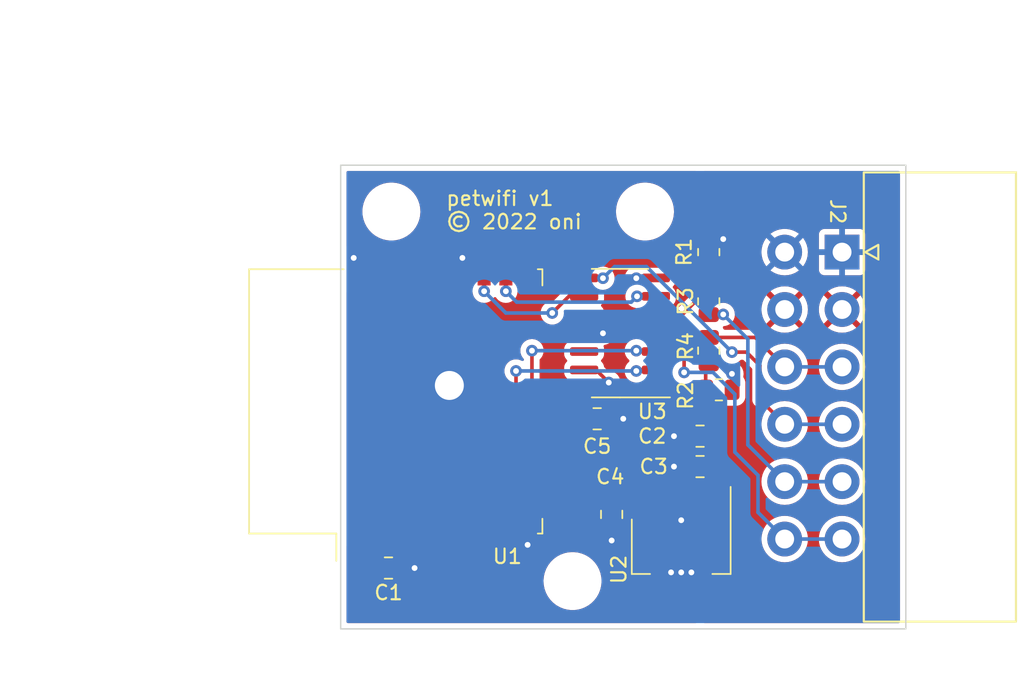
<source format=kicad_pcb>
(kicad_pcb (version 20211014) (generator pcbnew)

  (general
    (thickness 1.6)
  )

  (paper "A4")
  (layers
    (0 "F.Cu" signal)
    (31 "B.Cu" signal)
    (32 "B.Adhes" user "B.Adhesive")
    (33 "F.Adhes" user "F.Adhesive")
    (34 "B.Paste" user)
    (35 "F.Paste" user)
    (36 "B.SilkS" user "B.Silkscreen")
    (37 "F.SilkS" user "F.Silkscreen")
    (38 "B.Mask" user)
    (39 "F.Mask" user)
    (40 "Dwgs.User" user "User.Drawings")
    (41 "Cmts.User" user "User.Comments")
    (42 "Eco1.User" user "User.Eco1")
    (43 "Eco2.User" user "User.Eco2")
    (44 "Edge.Cuts" user)
    (45 "Margin" user)
    (46 "B.CrtYd" user "B.Courtyard")
    (47 "F.CrtYd" user "F.Courtyard")
    (48 "B.Fab" user)
    (49 "F.Fab" user)
    (50 "User.1" user)
    (51 "User.2" user)
    (52 "User.3" user)
    (53 "User.4" user)
    (54 "User.5" user)
    (55 "User.6" user)
    (56 "User.7" user)
    (57 "User.8" user)
    (58 "User.9" user)
  )

  (setup
    (stackup
      (layer "F.SilkS" (type "Top Silk Screen"))
      (layer "F.Paste" (type "Top Solder Paste"))
      (layer "F.Mask" (type "Top Solder Mask") (thickness 0.01))
      (layer "F.Cu" (type "copper") (thickness 0.035))
      (layer "dielectric 1" (type "core") (thickness 1.51) (material "FR4") (epsilon_r 4.5) (loss_tangent 0.02))
      (layer "B.Cu" (type "copper") (thickness 0.035))
      (layer "B.Mask" (type "Bottom Solder Mask") (thickness 0.01))
      (layer "B.Paste" (type "Bottom Solder Paste"))
      (layer "B.SilkS" (type "Bottom Silk Screen"))
      (copper_finish "None")
      (dielectric_constraints no)
    )
    (pad_to_mask_clearance 0)
    (pcbplotparams
      (layerselection 0x00010fc_ffffffff)
      (disableapertmacros false)
      (usegerberextensions false)
      (usegerberattributes true)
      (usegerberadvancedattributes true)
      (creategerberjobfile true)
      (svguseinch false)
      (svgprecision 6)
      (excludeedgelayer true)
      (plotframeref false)
      (viasonmask false)
      (mode 1)
      (useauxorigin false)
      (hpglpennumber 1)
      (hpglpenspeed 20)
      (hpglpendiameter 15.000000)
      (dxfpolygonmode true)
      (dxfimperialunits true)
      (dxfusepcbnewfont true)
      (psnegative false)
      (psa4output false)
      (plotreference true)
      (plotvalue true)
      (plotinvisibletext false)
      (sketchpadsonfab false)
      (subtractmaskfromsilk false)
      (outputformat 1)
      (mirror false)
      (drillshape 0)
      (scaleselection 1)
      (outputdirectory "plot")
    )
  )

  (net 0 "")
  (net 1 "GND")
  (net 2 "+3V3")
  (net 3 "+5V")
  (net 4 "/ESP_RTS")
  (net 5 "/CASS_SENSE")
  (net 6 "/CASS_MOTOR")
  (net 7 "unconnected-(U1-Pad3)")
  (net 8 "unconnected-(U1-Pad4)")
  (net 9 "/ESP_CTS")
  (net 10 "unconnected-(U1-Pad7)")
  (net 11 "unconnected-(U1-Pad8)")
  (net 12 "unconnected-(U1-Pad10)")
  (net 13 "/ESP_RXD")
  (net 14 "/ESP_TXD")
  (net 15 "unconnected-(U1-Pad14)")
  (net 16 "unconnected-(U1-Pad15)")
  (net 17 "unconnected-(U1-Pad16)")
  (net 18 "unconnected-(U1-Pad17)")
  (net 19 "/CASS_READ")
  (net 20 "/CASS_WRITE")
  (net 21 "Net-(R1-Pad2)")
  (net 22 "Net-(R2-Pad2)")
  (net 23 "unconnected-(U3-Pad10)")
  (net 24 "unconnected-(U3-Pad12)")

  (footprint "Capacitor_SMD:C_0805_2012Metric" (layer "F.Cu") (at 134.7 90.8))

  (footprint "Resistor_SMD:R_0805_2012Metric" (layer "F.Cu") (at 142.4 79.3 -90))

  (footprint "Package_TO_SOT_SMD:SOT-223-3_TabPin2" (layer "F.Cu") (at 140.5 99.6 -90))

  (footprint "MountingHole:MountingHole_3.2mm_M3_ISO7380" (layer "F.Cu") (at 138 76.5))

  (footprint "Resistor_SMD:R_0805_2012Metric" (layer "F.Cu") (at 142.4 86.1 -90))

  (footprint "Capacitor_SMD:C_0805_2012Metric" (layer "F.Cu") (at 141.8 94.1 180))

  (footprint "MountingHole:MountingHole_3.2mm_M3_ISO7380" (layer "F.Cu") (at 120.5 76.5))

  (footprint "onitake:Sullins_EBM06DRAN_2x06_P3.96mm_Female_Card_Edge_Right_Angle" (layer "F.Cu") (at 151.6 79.3 -90))

  (footprint "Capacitor_SMD:C_0805_2012Metric" (layer "F.Cu") (at 141.8 92 180))

  (footprint "Resistor_SMD:R_0805_2012Metric" (layer "F.Cu") (at 143.1 88.8 180))

  (footprint "Package_SO:SOIC-14_3.9x8.7mm_P1.27mm" (layer "F.Cu") (at 136.275 84.89 180))

  (footprint "Resistor_SMD:R_0805_2012Metric" (layer "F.Cu") (at 142.4 82.7 90))

  (footprint "Capacitor_SMD:C_0805_2012Metric" (layer "F.Cu") (at 120.3 101.1 180))

  (footprint "RF_Module:ESP-WROOM-02" (layer "F.Cu") (at 123.9 89.6 90))

  (footprint "Capacitor_SMD:C_0805_2012Metric" (layer "F.Cu") (at 135.7 97.4 -90))

  (footprint "MountingHole:MountingHole_3.2mm_M3_ISO7380" (layer "F.Cu") (at 133 102))

  (gr_rect (start 117 73.3) (end 156 105.3) (layer "Edge.Cuts") (width 0.1) (fill none) (tstamp 75b2ab46-919c-4374-a922-4f718338e7e8))
  (gr_text "petwifi v1\n© 2022 oni" (at 124.2 76.4) (layer "F.SilkS") (tstamp 33f87544-51a1-4dea-a739-3fc94c8d3796)
    (effects (font (size 1 1) (thickness 0.15)) (justify left))
  )
  (dimension (type aligned) (layer "Dwgs.User") (tstamp 2847194c-30e3-4dca-b7c8-ecd57afceb6a)
    (pts (xy 133 102) (xy 133 105.3))
    (height 32.5)
    (gr_text "3.3000 mm" (at 99.35 103.65 90) (layer "Dwgs.User") (tstamp 2847194c-30e3-4dca-b7c8-ecd57afceb6a)
      (effects (font (size 1 1) (thickness 0.15)))
    )
    (format (units 3) (units_format 1) (precision 4))
    (style (thickness 0.15) (arrow_length 1.27) (text_position_mode 0) (extension_height 0.58642) (extension_offset 0.5) keep_text_aligned)
  )
  (dimension (type aligned) (layer "Dwgs.User") (tstamp 3eb7aec3-608a-41d4-91b0-2f0c0b5ff203)
    (pts (xy 138 76.5) (xy 117 76.5))
    (height 12.6)
    (gr_text "21.0000 mm" (at 127.5 62.75) (layer "Dwgs.User") (tstamp 3eb7aec3-608a-41d4-91b0-2f0c0b5ff203)
      (effects (font (size 1 1) (thickness 0.15)))
    )
    (format (units 3) (units_format 1) (precision 4))
    (style (thickness 0.15) (arrow_length 1.27) (text_position_mode 0) (extension_height 0.58642) (extension_offset 0.5) keep_text_aligned)
  )
  (dimension (type aligned) (layer "Dwgs.User") (tstamp 54e7ceff-3ed2-432d-b967-754ab095d377)
    (pts (xy 117 105.3) (xy 117 73.3))
    (height -14)
    (gr_text "32.0000 mm" (at 101.85 89.3 90) (layer "Dwgs.User") (tstamp 54e7ceff-3ed2-432d-b967-754ab095d377)
      (effects (font (size 1 1) (thickness 0.15)))
    )
    (format (units 3) (units_format 1) (precision 4))
    (style (thickness 0.15) (arrow_length 1.27) (text_position_mode 0) (extension_height 0.58642) (extension_offset 0.5) keep_text_aligned)
  )
  (dimension (type aligned) (layer "Dwgs.User") (tstamp 8445796e-c4ba-4c8e-83be-7052348e7b46)
    (pts (xy 110.5 80.999999) (xy 164 80.999999))
    (height -11.999999)
    (gr_text "53.5000 mm" (at 137.25 67.85) (layer "Dwgs.User") (tstamp 8445796e-c4ba-4c8e-83be-7052348e7b46)
      (effects (font (size 1 1) (thickness 0.15)))
    )
    (format (units 3) (units_format 1) (precision 4))
    (style (thickness 0.15) (arrow_length 1.27) (text_position_mode 0) (extension_height 0.58642) (extension_offset 0.5) keep_text_aligned)
  )
  (dimension (type aligned) (layer "Dwgs.User") (tstamp 8cc724a3-2f73-4253-ba4d-851d70b653dc)
    (pts (xy 120.5 76.5) (xy 120.5 73.3))
    (height -21.4)
    (gr_text "3.2000 mm" (at 97.95 74.9 90) (layer "Dwgs.User") (tstamp 8cc724a3-2f73-4253-ba4d-851d70b653dc)
      (effects (font (size 1 1) (thickness 0.15)))
    )
    (format (units 3) (units_format 1) (precision 4))
    (style (thickness 0.15) (arrow_length 1.27) (text_position_mode 0) (extension_height 0.58642) (extension_offset 0.5) keep_text_aligned)
  )
  (dimension (type aligned) (layer "Dwgs.User") (tstamp 9a01a287-9b16-4822-83b5-3c6bacf4d48f)
    (pts (xy 133 102) (xy 117 102))
    (height -6.2)
    (gr_text "16.0000 mm" (at 125 107.05) (layer "Dwgs.User") (tstamp 9a01a287-9b16-4822-83b5-3c6bacf4d48f)
      (effects (font (size 1 1) (thickness 0.15)))
    )
    (format (units 3) (units_format 1) (precision 4))
    (style (thickness 0.15) (arrow_length 1.27) (text_position_mode 0) (extension_height 0.58642) (extension_offset 0.5) keep_text_aligned)
  )
  (dimension (type aligned) (layer "Dwgs.User") (tstamp a004ce0a-54b6-46c4-918d-becfd73304ca)
    (pts (xy 117 73.3) (xy 156 73.3))
    (height -1.3)
    (gr_text "39.0000 mm" (at 136.5 70.85) (layer "Dwgs.User") (tstamp a004ce0a-54b6-46c4-918d-becfd73304ca)
      (effects (font (size 1 1) (thickness 0.15)))
    )
    (format (units 3) (units_format 1) (precision 4))
    (style (thickness 0.15) (arrow_length 1.27) (text_position_mode 0) (extension_height 0.58642) (extension_offset 0.5) keep_text_aligned)
  )
  (dimension (type aligned) (layer "Dwgs.User") (tstamp ac44d1f5-ce92-4156-8106-465bdc2aa607)
    (pts (xy 120.5 76.5) (xy 117 76.5))
    (height 9.5)
    (gr_text "3.5000 mm" (at 118.75 65.85) (layer "Dwgs.User") (tstamp ac44d1f5-ce92-4156-8106-465bdc2aa607)
      (effects (font (size 1 1) (thickness 0.15)))
    )
    (format (units 3) (units_format 1) (precision 4))
    (style (thickness 0.15) (arrow_length 1.27) (text_position_mode 0) (extension_height 0.58642) (extension_offset 0.5) keep_text_aligned)
  )

  (segment (start 140.5 102.75) (end 140.5 101.4) (width 0.25) (layer "F.Cu") (net 1) (tstamp 03c287c8-cc29-40a9-b1ec-1e0edbb76206))
  (segment (start 133.8 87.43) (end 134.63 87.43) (width 0.25) (layer "F.Cu") (net 1) (tstamp 06e211f0-2985-46f3-9fc8-cbf0ef9a2b71))
  (segment (start 134.63 87.43) (end 135.5 88.3) (width 0.25) (layer "F.Cu") (net 1) (tstamp 14668d73-11c1-4c63-856b-67f8cf0b3009))
  (segment (start 141.2 102.05) (end 141.2 101.4) (width 0.25) (layer "F.Cu") (net 1) (tstamp 1afc86e9-e875-4970-994b-f8638352c0a5))
  (segment (start 117.9 80.85) (end 117.9 79.7) (width 0.25) (layer "F.Cu") (net 1) (tstamp 1dc607ba-1eef-4c47-a749-f2763627191f))
  (segment (start 138.75 81.08) (end 137.42 81.08) (width 0.25) (layer "F.Cu") (net 1) (tstamp 22bc836a-9b40-48a4-b1a9-ae49a484ef82))
  (segment (start 124.51 88.5) (end 124.5 88.5) (width 0.25) (layer "F.Cu") (net 1) (tstamp 2fc3efdb-6edc-498d-a6d2-49e95eb99837))
  (segment (start 140.85 92) (end 140 92) (width 0.25) (layer "F.Cu") (net 1) (tstamp 33c6e0cb-8250-40bc-93d6-e95e1cbef3d2))
  (segment (start 125.4 80.85) (end 125.4 79.7) (width 0.25) (layer "F.Cu") (net 1) (tstamp 3f32eb95-f1bf-4100-847a-4db62fbee13c))
  (segment (start 135.09 84.89) (end 135.1 84.9) (width 0.25) (layer "F.Cu") (net 1) (tstamp 49aebb9d-33d5-40e8-9969-987f546281a3))
  (segment (start 135.7 98.35) (end 135.7 99.2) (width 0.25) (layer "F.Cu") (net 1) (tstamp 4a7e91f5-feb2-4d21-8440-ef3feb521581))
  (segment (start 137.42 81.08) (end 137.4 81.1) (width 0.25) (layer "F.Cu") (net 1) (tstamp 74ab62bc-2105-45b6-a9fe-97bc0aab8af8))
  (segment (start 121.25 101.1) (end 122.1 101.1) (width 0.25) (layer "F.Cu") (net 1) (tstamp 908f6e3f-2056-420a-be39-ef162146f35e))
  (segment (start 129.9 98.35) (end 129.9 99.5) (width 0.25) (layer "F.Cu") (net 1) (tstamp 9219daf6-a93c-4f6e-b18e-8a57bdb5e4f4))
  (segment (start 144.0125 88.8) (end 144.0125 87.7125) (width 0.25) (layer "F.Cu") (net 1) (tstamp a7133f72-e945-43c4-862e-0ca5ec256a06))
  (segment (start 140.85 94.1) (end 140 94.1) (width 0.25) (layer "F.Cu") (net 1) (tstamp a793ba16-a175-42d4-83ca-534609d3f065))
  (segment (start 142.4 78.3875) (end 143.3875 78.3875) (width 0.25) (layer "F.Cu") (net 1) (tstamp a9afaf13-5dbe-4293-b19c-5385f5173b73))
  (segment (start 140.5 102.75) (end 139.8 102.05) (width 0.25) (layer "F.Cu") (net 1) (tstamp bc844eb3-f215-48d2-b7aa-bc77adfcd99f))
  (segment (start 140.5 102.75) (end 141.2 102.05) (width 0.25) (layer "F.Cu") (net 1) (tstamp c38b7339-b0d9-4156-9db6-5b050511676d))
  (segment (start 143.3875 78.3875) (end 143.4 78.4) (width 0.25) (layer "F.Cu") (net 1) (tstamp c3eefbcc-e04f-412f-ae43-0300585fc7d5))
  (segment (start 135.65 90.8) (end 136.5 90.8) (width 0.25) (layer "F.Cu") (net 1) (tstamp c5022f6a-fd90-441b-ad82-03c97b53f907))
  (segment (start 140.5 96.45) (end 140.5 97.8) (width 0.25) (layer "F.Cu") (net 1) (tstamp ec2c6b0a-de70-4869-97be-28b0fdf5c36f))
  (segment (start 133.8 84.89) (end 135.09 84.89) (width 0.25) (layer "F.Cu") (net 1) (tstamp ece6a301-51d3-4378-95a6-ee7091e7444d))
  (segment (start 139.8 102.05) (end 139.8 101.4) (width 0.25) (layer "F.Cu") (net 1) (tstamp ed14404b-788b-4685-ab91-53da9dc8c297))
  (segment (start 144.0125 87.7125) (end 144 87.7) (width 0.25) (layer "F.Cu") (net 1) (tstamp f0a06a4a-9016-4602-99ad-dad55617982e))
  (via (at 140.5 97.8) (size 0.8) (drill 0.4) (layers "F.Cu" "B.Cu") (net 1) (tstamp 07feacb6-8b91-4f23-9d94-540c55a57242))
  (via (at 140 92) (size 0.8) (drill 0.4) (layers "F.Cu" "B.Cu") (net 1) (tstamp 263e766c-365a-438c-9eba-2d591831cac0))
  (via (at 124.5 88.5) (size 2.6) (drill 2) (layers "F.Cu" "B.Cu") (net 1) (tstamp 3601e513-2844-4e21-9c3f-ea9fd71a79b8))
  (via (at 137.4 81.1) (size 0.8) (drill 0.4) (layers "F.Cu" "B.Cu") (net 1) (tstamp 4010c221-db27-4f89-baaa-453ee4adf85b))
  (via (at 125.4 79.7) (size 0.8) (drill 0.4) (layers "F.Cu" "B.Cu") (net 1) (tstamp 5297d4ca-7d6e-4e15-a746-66d8f9aa0db5))
  (via (at 135.7 99.2) (size 0.8) (drill 0.4) (layers "F.Cu" "B.Cu") (net 1) (tstamp 56b061d4-570f-4f3d-ba97-3a3ea2b2138c))
  (via (at 140 94.1) (size 0.8) (drill 0.4) (layers "F.Cu" "B.Cu") (net 1) (tstamp 64de57a0-53a5-4e0d-9233-46be35b31a97))
  (via (at 117.9 79.7) (size 0.8) (drill 0.4) (layers "F.Cu" "B.Cu") (net 1) (tstamp 653729e2-5eaa-4196-8232-7433966ad972))
  (via (at 144 87.7) (size 0.8) (drill 0.4) (layers "F.Cu" "B.Cu") (net 1) (tstamp 77213823-ad48-4ab3-9ee8-b8dd78176153))
  (via (at 135.1 84.9) (size 0.8) (drill 0.4) (layers "F.Cu" "B.Cu") (net 1) (tstamp 7ef8210a-a54c-4002-bfcf-d74659d4840a))
  (via (at 122.1 101.1) (size 0.8) (drill 0.4) (layers "F.Cu" "B.Cu") (net 1) (tstamp 7fcb5653-d3c7-4457-917a-3ba63ef6ce69))
  (via (at 136.5 90.8) (size 0.8) (drill 0.4) (layers "F.Cu" "B.Cu") (net 1) (tstamp 8134e02f-2f69-470a-aa11-7562cc0a827b))
  (via (at 129.9 99.5) (size 0.8) (drill 0.4) (layers "F.Cu" "B.Cu") (net 1) (tstamp 84b062d9-442b-4f85-9060-6cc1a0ddf5b9))
  (via (at 141.2 101.4) (size 0.8) (drill 0.4) (layers "F.Cu" "B.Cu") (net 1) (tstamp 9271fd7b-eaaf-43cd-95c5-451ec40eff2a))
  (via (at 139.8 101.4) (size 0.8) (drill 0.4) (layers "F.Cu" "B.Cu") (net 1) (tstamp 94ef1ab1-b5e1-49c9-b5d8-392394d2e2a6))
  (via (at 140.5 101.4) (size 0.8) (drill 0.4) (layers "F.Cu" "B.Cu") (net 1) (tstamp b7f8b06a-07be-45f1-960d-1848c903cf82))
  (via (at 135.5 88.3) (size 0.8) (drill 0.4) (layers "F.Cu" "B.Cu") (net 1) (tstamp ba16fc8e-f5fe-4854-a717-7e73f302d7f0))
  (via (at 143.4 78.4) (size 0.8) (drill 0.4) (layers "F.Cu" "B.Cu") (net 1) (tstamp bb269a8e-7888-4214-b827-f2fe41a8f57d))
  (segment (start 138.75 86.16) (end 137.46 86.16) (width 0.25) (layer "F.Cu") (net 4) (tstamp 0a370b5d-b715-44c7-a982-18ac627fb525))
  (segment (start 137.46 86.16) (end 137.4 86.1) (width 0.25) (layer "F.Cu") (net 4) (tstamp 16c9e1ca-989a-45d7-9f11-b60733caa931))
  (segment (start 125.4 97) (end 130.2 92.2) (width 0.25) (layer "F.Cu") (net 4) (tstamp 604a1b29-eaf6-46d6-bf64-a2b444adba29))
  (segment (start 130.2 86.1) (end 130.2 87.4) (width 0.25) (layer "F.Cu") (net 4) (tstamp 75674e79-0dff-4d60-a520-96532657d549))
  (segment (start 125.4 98.35) (end 125.4 97) (width 0.25) (layer "F.Cu") (net 4) (tstamp 929bf6e8-101a-4878-a9a9-9767e383d0ad))
  (segment (start 130.2 92.2) (end 130.2 89.1) (width 0.25) (layer "F.Cu") (net 4) (tstamp 9e38d59e-968b-4e3e-aaa4-844c536b1a87))
  (segment (start 130.2 89.1) (end 130.2 87.4) (width 0.25) (layer "F.Cu") (net 4) (tstamp a07eda81-793e-4e66-9421-7122fb2c3c5b))
  (via (at 137.4 86.1) (size 0.8) (drill 0.4) (layers "F.Cu" "B.Cu") (net 4) (tstamp 0a6d6b19-7df6-4b79-abe4-e5b1a6158692))
  (via (at 130.2 86.1) (size 0.8) (drill 0.4) (layers "F.Cu" "B.Cu") (net 4) (tstamp 18aeeb4a-d9dc-4042-86a2-808974e8d72d))
  (segment (start 130.9 86.1) (end 130.2 86.1) (width 0.25) (layer "B.Cu") (net 4) (tstamp 88bdb800-0ab0-443a-8264-33a93a159b0e))
  (segment (start 131.5 86.1) (end 137.4 86.1) (width 0.25) (layer "B.Cu") (net 4) (tstamp 98fcecf1-6145-4af9-9582-0d9ec5ff4824))
  (segment (start 131.5 86.1) (end 130.9 86.1) (width 0.25) (layer "B.Cu") (net 4) (tstamp 9d953871-fd1f-4aa9-863e-cfc5eea6faf0))
  (segment (start 138.75 84.89) (end 139.89 84.89) (width 0.25) (layer "F.Cu") (net 5) (tstamp 781c5bac-b788-415a-b975-c7236ed511b8))
  (segment (start 139.89 84.89) (end 140.7 85.7) (width 0.25) (layer "F.Cu") (net 5) (tstamp 8d35fd10-3b69-4ce2-bc40-160e57165624))
  (segment (start 140.7 85.7) (end 140.7 87.6) (width 0.25) (layer "F.Cu") (net 5) (tstamp e011c3a3-9b7b-41b4-b9be-6025683b64ca))
  (via (at 140.7 87.6) (size 0.8) (drill 0.4) (layers "F.Cu" "B.Cu") (net 5) (tstamp 6c14af57-ba3e-48f3-9efc-d392e9c21885))
  (segment (start 142.7 87.6) (end 144.2 89.1) (width 0.25) (layer "B.Cu") (net 5) (tstamp 0983af6a-2f90-4cd1-a35e-210fa9448b78))
  (segment (start 144.2 93.1) (end 145.8 94.7) (width 0.25) (layer "B.Cu") (net 5) (tstamp 0a917d02-f487-4e67-9e16-f3f8bc993c49))
  (segment (start 145.8 97.26) (end 147.64 99.1) (width 0.25) (layer "B.Cu") (net 5) (tstamp 1eeb03b2-32f3-46a5-8a06-e481b2386d18))
  (segment (start 147.64 99.1) (end 151.6 99.1) (width 0.25) (layer "B.Cu") (net 5) (tstamp 257ae70d-e61c-40d1-b9f3-07fff2b051f4))
  (segment (start 145.8 94.7) (end 145.8 97.26) (width 0.25) (layer "B.Cu") (net 5) (tstamp b6590f46-648c-4307-8f97-5f44a05a4c27))
  (segment (start 140.7 87.6) (end 142.7 87.6) (width 0.25) (layer "B.Cu") (net 5) (tstamp f0d8f2f7-7610-410b-8af1-aa428857d695))
  (segment (start 144.2 89.1) (end 144.2 93.1) (width 0.25) (layer "B.Cu") (net 5) (tstamp f0dd706b-d574-44a2-abcd-174c068bf046))
  (segment (start 145.6075 85.1875) (end 147.64 87.22) (width 0.25) (layer "F.Cu") (net 6) (tstamp f723380b-ddfe-42ae-b30f-244786656a0b))
  (segment (start 142.4 85.1875) (end 145.6075 85.1875) (width 0.25) (layer "F.Cu") (net 6) (tstamp fba22273-8cda-4d92-b1cb-6a0de1b2e747))
  (segment (start 147.64 87.22) (end 151.6 87.22) (width 0.25) (layer "B.Cu") (net 6) (tstamp fb25bcfa-e715-450a-a4d4-e8d5504a2cee))
  (segment (start 137.47 87.43) (end 137.4 87.5) (width 0.25) (layer "F.Cu") (net 9) (tstamp 1f67db52-5d0f-45eb-83ff-1fdd22c79fb2))
  (segment (start 138.75 87.43) (end 137.47 87.43) (width 0.25) (layer "F.Cu") (net 9) (tstamp 4b32620a-34e5-4d09-b4e2-dbaf729e96cd))
  (segment (start 129.1 92) (end 123.9 97.2) (width 0.25) (layer "F.Cu") (net 9) (tstamp 6c0dfe7e-bea0-47b6-85b3-37553a8e21f5))
  (segment (start 129.1 87.5) (end 129.1 89.1) (width 0.25) (layer "F.Cu") (net 9) (tstamp 988a01f9-4c82-47f5-a1dc-83729c5e6756))
  (segment (start 129.1 89.1) (end 129.1 92) (width 0.25) (layer "F.Cu") (net 9) (tstamp a3797fd1-2b99-4f66-832c-3e1890f677fa))
  (segment (start 123.9 97.2) (end 123.9 98.35) (width 0.25) (layer "F.Cu") (net 9) (tstamp d14fc760-4349-447f-872f-acf2a6a6689c))
  (via (at 129.1 87.5) (size 0.8) (drill 0.4) (layers "F.Cu" "B.Cu") (net 9) (tstamp 0a7245a6-362c-4dfd-880b-fadef733c67e))
  (via (at 137.4 87.5) (size 0.8) (drill 0.4) (layers "F.Cu" "B.Cu") (net 9) (tstamp 5b547338-b347-4c4a-bd23-d30713eeec2e))
  (segment (start 137.4 87.5) (end 131.4 87.5) (width 0.25) (layer "B.Cu") (net 9) (tstamp 219af0df-b907-43c6-aab9-2cc9f1ada0fd))
  (segment (start 131.4 87.5) (end 130.7 87.5) (width 0.25) (layer "B.Cu") (net 9) (tstamp 6862f7d2-8876-4e3b-bbed-8a0686487d7e))
  (segment (start 130.7 87.5) (end 129.1 87.5) (width 0.25) (layer "B.Cu") (net 9) (tstamp ed11695a-ba9b-47d0-812a-2bf7ee2e365c))
  (segment (start 138.75 82.35) (end 137.45 82.35) (width 0.25) (layer "F.Cu") (net 13) (tstamp a2490a86-ec18-45dc-90ad-f0f857b87a7d))
  (segment (start 128.4 80.85) (end 128.4 82) (width 0.25) (layer "F.Cu") (net 13) (tstamp ba9cd0ef-8ffb-4426-a7eb-356628a4546f))
  (via (at 128.4 82) (size 0.8) (drill 0.4) (layers "F.Cu" "B.Cu") (net 13) (tstamp 14f16cc3-2bfb-42b1-a8bc-afeea91301c1))
  (via (at 137.45 82.35) (size 0.8) (drill 0.4) (layers "F.Cu" "B.Cu") (net 13) (tstamp bd727390-2db0-4d9d-8372-f0d349adca7f))
  (segment (start 129.15 82.75) (end 137.05 82.75) (width 0.25) (layer "B.Cu") (net 13) (tstamp 3c1aa994-4b06-4a00-bca1-339cab3594be))
  (segment (start 128.4 82) (end 129.15 82.75) (width 0.25) (layer "B.Cu") (net 13) (tstamp 50ede40c-c0ef-4744-bb3d-dc5e0f15b517))
  (segment (start 137.05 82.75) (end 137.45 82.35) (width 0.25) (layer "B.Cu") (net 13) (tstamp 5fa796a2-eec8-4fc9-b78b-b0ff480ee933))
  (segment (start 126.9 82) (end 126.9 80.85) (width 0.25) (layer "F.Cu") (net 14) (tstamp c96d1d54-8e2b-4ef5-bc99-2ed7e390c452))
  (segment (start 132.75 82.35) (end 131.6 83.5) (width 0.25) (layer "F.Cu") (net 14) (tstamp df2897b6-b268-43ab-9677-55d80f6d550d))
  (segment (start 133.8 82.35) (end 132.75 82.35) (width 0.25) (layer "F.Cu") (net 14) (tstamp f0ed2739-1fd3-434e-ba26-571e3d11ebda))
  (via (at 126.9 82) (size 0.8) (drill 0.4) (layers "F.Cu" "B.Cu") (net 14) (tstamp 7e288c84-72c6-434c-9af8-dd671e6c3194))
  (via (at 131.6 83.5) (size 0.8) (drill 0.4) (layers "F.Cu" "B.Cu") (net 14) (tstamp a60fe866-9c33-4a99-abec-2b996df6542a))
  (segment (start 128.4 83.5) (end 126.9 82) (width 0.25) (layer "B.Cu") (net 14) (tstamp 15804361-610b-44e0-bc2a-71f7f18f4443))
  (segment (start 131.6 83.5) (end 128.4 83.5) (width 0.25) (layer "B.Cu") (net 14) (tstamp 6d30c5c7-19de-40b6-ab45-ffdad378cba2))
  (segment (start 144 86.2) (end 145 86.2) (width 0.25) (layer "F.Cu") (net 19) (tstamp 05cb9218-ed72-4063-9192-d33f974dfed8))
  (segment (start 145.93 87.13) (end 145.93 89.47) (width 0.25) (layer "F.Cu") (net 19) (tstamp 5c29928a-0c4e-4f8c-abd0-0e01782db4f5))
  (segment (start 133.8 81.08) (end 135.08 81.08) (width 0.25) (layer "F.Cu") (net 19) (tstamp 78afe8ea-9f79-48f4-9a20-082d056a5087))
  (segment (start 145 86.2) (end 145.93 87.13) (width 0.25) (layer "F.Cu") (net 19) (tstamp 87a98429-d0e1-436e-a916-c8abe2b5d728))
  (segment (start 147.64 91.18) (end 145.93 89.47) (width 0.25) (layer "F.Cu") (net 19) (tstamp a5fb393a-7bd4-4243-814d-36a1e3da9d73))
  (segment (start 135.08 81.08) (end 135.1 81.1) (width 0.25) (layer "F.Cu") (net 19) (tstamp f3ceb4de-6453-4561-ae55-2472a206ccc3))
  (via (at 144 86.2) (size 0.8) (drill 0.4) (layers "F.Cu" "B.Cu") (net 19) (tstamp 4dc9d788-4b4a-4604-a520-536e5febce24))
  (via (at 135.1 81.1) (size 0.8) (drill 0.4) (layers "F.Cu" "B.Cu") (net 19) (tstamp b6177645-30c7-44ac-819d-e3c0bdb69dae))
  (segment (start 135.9 80.3) (end 138.1 80.3) (width 0.25) (layer "B.Cu") (net 19) (tstamp 8310f709-0ca4-47e3-b902-ca1dc846c1cc))
  (segment (start 138.1 80.3) (end 144 86.2) (width 0.25) (layer "B.Cu") (net 19) (tstamp 90b9a2d9-537e-47c8-a782-125c3431be10))
  (segment (start 147.64 91.18) (end 151.6 91.18) (width 0.25) (layer "B.Cu") (net 19) (tstamp 93975c5d-2c07-4188-b918-a5bf934b4bbe))
  (segment (start 135.1 81.1) (end 135.9 80.3) (width 0.25) (layer "B.Cu") (net 19) (tstamp ac61606a-bb3b-4ad3-9494-fc0acbc16abb))
  (segment (start 143.3875 83.6125) (end 143.4 83.6) (width 0.25) (layer "F.Cu") (net 20) (tstamp 51a959aa-1487-4cc6-9ab7-f7cea54a3c97))
  (segment (start 142.4 83.6125) (end 143.3875 83.6125) (width 0.25) (layer "F.Cu") (net 20) (tstamp e351ac85-5333-4f7c-ae6a-bf4980552b15))
  (via (at 143.4 83.6) (size 0.8) (drill 0.4) (layers "F.Cu" "B.Cu") (net 20) (tstamp 248052b7-1392-4aae-9f4f-1d4d05f34056))
  (segment (start 145.1 92.6) (end 145.1 85.3) (width 0.25) (layer "B.Cu") (net 20) (tstamp 09b6b115-95e0-4ea7-a613-b012cc39ca87))
  (segment (start 147.64 95.14) (end 145.1 92.6) (width 0.25) (layer "B.Cu") (net 20) (tstamp 812e17f5-a872-4c69-9910-4ef8a7dc8694))
  (segment (start 147.64 95.14) (end 151.6 95.14) (width 0.25) (layer "B.Cu") (net 20) (tstamp 9a39a1e4-11b6-4130-9133-b5d667f0de37))
  (segment (start 145.1 85.3) (end 143.4 83.6) (width 0.25) (layer "B.Cu") (net 20) (tstamp a8e7dce3-7e1e-4428-9ae5-49834f8a97bd))
  (segment (start 142.4 81.7875) (end 142.4 80.2125) (width 0.25) (layer "F.Cu") (net 21) (tstamp 54970f99-53f2-4d0a-bb91-8a1b369e177c))
  (segment (start 138.75 83.62) (end 140.5675 83.62) (width 0.25) (layer "F.Cu") (net 21) (tstamp a36a01c6-765b-4084-acc3-aefbc36d4eff))
  (segment (start 140.5675 83.62) (end 142.4 81.7875) (width 0.25) (layer "F.Cu") (net 21) (tstamp a8fc7bd2-6c7a-4bd4-b1fa-f84fe785d7f4))
  (segment (start 142.1875 87.225) (end 142.4 87.0125) (width 0.25) (layer "F.Cu") (net 22) (tstamp 01661ee5-50fc-4e28-9cd0-3dc7581a622a))
  (segment (start 138.75 88.7) (end 142.0875 88.7) (width 0.25) (layer "F.Cu") (net 22) (tstamp 84cf9ac7-08aa-45ac-93f2-a671da3eb6cd))
  (segment (start 142.1875 88.8) (end 142.1875 87.225) (width 0.25) (layer "F.Cu") (net 22) (tstamp f069d1c1-e798-48c9-b8bf-f22fb280839a))
  (segment (start 142.0875 88.7) (end 142.1875 88.8) (width 0.25) (layer "F.Cu") (net 22) (tstamp f83efebc-77c7-49ca-a766-31022b449055))

  (zone (net 3) (net_name "+5V") (layer "F.Cu") (tstamp 2a8d29a5-fccd-4a19-ac40-ad08f5d6e573) (hatch edge 0.508)
    (priority 1)
    (connect_pads (clearance 0.4))
    (min_thickness 0.2) (filled_areas_thickness no)
    (fill yes (thermal_gap 0.4) (thermal_bridge_width 0.4))
    (polygon
      (pts
        (xy 156 105.3)
        (xy 142 105.3)
        (xy 142 94.5)
        (xy 142 90.4)
        (xy 142 73.3)
        (xy 156 73.3)
      )
    )
    (filled_polygon
      (layer "F.Cu")
      (pts
        (xy 155.558691 73.719407)
        (xy 155.594655 73.768907)
        (xy 155.5995 73.7995)
        (xy 155.5995 104.8005)
        (xy 155.580593 104.858691)
        (xy 155.531093 104.894655)
        (xy 155.5005 104.8995)
        (xy 142.099 104.8995)
        (xy 142.040809 104.880593)
        (xy 142.004845 104.831093)
        (xy 142 104.8005)
        (xy 142 104.5045)
        (xy 142.018907 104.446309)
        (xy 142.068407 104.410345)
        (xy 142.099 104.4055)
        (xy 142.501 104.4055)
        (xy 142.542838 104.402208)
        (xy 142.562497 104.400661)
        (xy 142.562498 104.400661)
        (xy 142.564428 104.400509)
        (xy 142.577318 104.398468)
        (xy 142.59311 104.395967)
        (xy 142.593119 104.395965)
        (xy 142.595021 104.395664)
        (xy 142.625352 104.388382)
        (xy 142.651224 104.382171)
        (xy 142.651226 104.38217)
        (xy 142.6569 104.380808)
        (xy 142.769941 104.323211)
        (xy 142.819441 104.287247)
        (xy 142.909151 104.197536)
        (xy 142.966747 104.084495)
        (xy 142.985654 104.026304)
        (xy 143.0055 103.901)
        (xy 143.0055 101.541008)
        (xy 143.00425 101.509189)
        (xy 143.003031 101.493702)
        (xy 142.999289 101.462091)
        (xy 142.985339 101.419154)
        (xy 142.961289 101.345135)
        (xy 142.960086 101.341432)
        (xy 142.932309 101.286915)
        (xy 142.930019 101.283763)
        (xy 142.860023 101.187419)
        (xy 142.860019 101.187414)
        (xy 142.857736 101.184272)
        (xy 142.234496 100.561032)
        (xy 142.206719 100.506515)
        (xy 142.2055 100.491028)
        (xy 142.2055 99.1)
        (xy 146.034551 99.1)
        (xy 146.054317 99.351148)
        (xy 146.113127 99.596111)
        (xy 146.209534 99.828859)
        (xy 146.341164 100.043659)
        (xy 146.504776 100.235224)
        (xy 146.696341 100.398836)
        (xy 146.911141 100.530466)
        (xy 146.984934 100.561032)
        (xy 147.140298 100.625386)
        (xy 147.140303 100.625388)
        (xy 147.143889 100.626873)
        (xy 147.147663 100.627779)
        (xy 147.147666 100.62778)
        (xy 147.385078 100.684777)
        (xy 147.388852 100.685683)
        (xy 147.392717 100.685987)
        (xy 147.392722 100.685988)
        (xy 147.636125 100.705144)
        (xy 147.64 100.705449)
        (xy 147.643875 100.705144)
        (xy 147.887278 100.685988)
        (xy 147.887283 100.685987)
        (xy 147.891148 100.685683)
        (xy 147.894922 100.684777)
        (xy 148.132334 100.62778)
        (xy 148.132337 100.627779)
        (xy 148.136111 100.626873)
        (xy 148.139697 100.625388)
        (xy 148.139702 100.625386)
        (xy 148.295066 100.561032)
        (xy 148.368859 100.530466)
        (xy 148.583659 100.398836)
        (xy 148.775224 100.235224)
        (xy 148.938836 100.043659)
        (xy 149.070466 99.828859)
        (xy 149.166873 99.596111)
        (xy 149.225683 99.351148)
        (xy 149.245449 99.1)
        (xy 149.994551 99.1)
        (xy 150.014317 99.351148)
        (xy 150.073127 99.596111)
        (xy 150.169534 99.828859)
        (xy 150.301164 100.043659)
        (xy 150.464776 100.235224)
        (xy 150.656341 100.398836)
        (xy 150.871141 100.530466)
        (xy 150.944934 100.561032)
        (xy 151.100298 100.625386)
        (xy 151.100303 100.625388)
        (xy 151.103889 100.626873)
        (xy 151.107663 100.627779)
        (xy 151.107666 100.62778)
        (xy 151.345078 100.684777)
        (xy 151.348852 100.685683)
        (xy 151.352717 100.685987)
        (xy 151.352722 100.685988)
        (xy 151.596125 100.705144)
        (xy 151.6 100.705449)
        (xy 151.603875 100.705144)
        (xy 151.847278 100.685988)
        (xy 151.847283 100.685987)
        (xy 151.851148 100.685683)
        (xy 151.854922 100.684777)
        (xy 152.092334 100.62778)
        (xy 152.092337 100.627779)
        (xy 152.096111 100.626873)
        (xy 152.099697 100.625388)
        (xy 152.099702 100.625386)
        (xy 152.255066 100.561032)
        (xy 152.328859 100.530466)
        (xy 152.543659 100.398836)
        (xy 152.735224 100.235224)
        (xy 152.898836 100.043659)
        (xy 153.030466 99.828859)
        (xy 153.126873 99.596111)
        (xy 153.185683 99.351148)
        (xy 153.205449 99.1)
        (xy 153.185683 98.848852)
        (xy 153.126873 98.603889)
        (xy 153.030466 98.371141)
        (xy 152.898836 98.156341)
        (xy 152.735224 97.964776)
        (xy 152.579327 97.831627)
        (xy 152.546619 97.803692)
        (xy 152.546618 97.803692)
        (xy 152.543659 97.801164)
        (xy 152.328859 97.669534)
        (xy 152.240185 97.632804)
        (xy 152.099702 97.574614)
        (xy 152.099697 97.574612)
        (xy 152.096111 97.573127)
        (xy 152.092337 97.572221)
        (xy 152.092334 97.57222)
        (xy 151.854922 97.515223)
        (xy 151.854921 97.515223)
        (xy 151.851148 97.514317)
        (xy 151.847283 97.514013)
        (xy 151.847278 97.514012)
        (xy 151.603875 97.494856)
        (xy 151.6 97.494551)
        (xy 151.596125 97.494856)
        (xy 151.352722 97.514012)
        (xy 151.352717 97.514013)
        (xy 151.348852 97.514317)
        (xy 151.345079 97.515223)
        (xy 151.345078 97.515223)
        (xy 151.107666 97.57222)
        (xy 151.107663 97.572221)
        (xy 151.103889 97.573127)
        (xy 151.100303 97.574612)
        (xy 151.100298 97.574614)
        (xy 150.959815 97.632804)
        (xy 150.871141 97.669534)
        (xy 150.656341 97.801164)
        (xy 150.653382 97.803692)
        (xy 150.653381 97.803692)
        (xy 150.620673 97.831627)
        (xy 150.464776 97.964776)
        (xy 150.301164 98.156341)
        (xy 150.169534 98.371141)
        (xy 150.073127 98.603889)
        (xy 150.014317 98.848852)
        (xy 149.994551 99.1)
        (xy 149.245449 99.1)
        (xy 149.225683 98.848852)
        (xy 149.166873 98.603889)
        (xy 149.070466 98.371141)
        (xy 148.938836 98.156341)
        (xy 148.775224 97.964776)
        (xy 148.619327 97.831627)
        (xy 148.586619 97.803692)
        (xy 148.586618 97.803692)
        (xy 148.583659 97.801164)
        (xy 148.368859 97.669534)
        (xy 148.280185 97.632804)
        (xy 148.139702 97.574614)
        (xy 148.139697 97.574612)
        (xy 148.136111 97.573127)
        (xy 148.132337 97.572221)
        (xy 148.132334 97.57222)
        (xy 147.894922 97.515223)
        (xy 147.894921 97.515223)
        (xy 147.891148 97.514317)
        (xy 147.887283 97.514013)
        (xy 147.887278 97.514012)
        (xy 147.643875 97.494856)
        (xy 147.64 97.494551)
        (xy 147.636125 97.494856)
        (xy 147.392722 97.514012)
        (xy 147.392717 97.514013)
        (xy 147.388852 97.514317)
        (xy 147.385079 97.515223)
        (xy 147.385078 97.515223)
        (xy 147.147666 97.57222)
        (xy 147.147663 97.572221)
        (xy 147.143889 97.573127)
        (xy 147.140303 97.574612)
        (xy 147.140298 97.574614)
        (xy 146.999815 97.632804)
        (xy 146.911141 97.669534)
        (xy 146.696341 97.801164)
        (xy 146.693382 97.803692)
        (xy 146.693381 97.803692)
        (xy 146.660673 97.831627)
        (xy 146.504776 97.964776)
        (xy 146.341164 98.156341)
        (xy 146.209534 98.371141)
        (xy 146.113127 98.603889)
        (xy 146.054317 98.848852)
        (xy 146.034551 99.1)
        (xy 142.2055 99.1)
        (xy 142.2055 97.949)
        (xy 142.224407 97.890809)
        (xy 142.273907 97.854845)
        (xy 142.3045 97.85)
        (xy 142.58432 97.85)
        (xy 142.597005 97.845878)
        (xy 142.6 97.841757)
        (xy 142.6 97.834319)
        (xy 143 97.834319)
        (xy 143.004122 97.847004)
        (xy 143.008243 97.849999)
        (xy 143.577585 97.849999)
        (xy 143.585329 97.849389)
        (xy 143.667449 97.836384)
        (xy 143.682091 97.831627)
        (xy 143.781106 97.781177)
        (xy 143.793551 97.772135)
        (xy 143.872135 97.693551)
        (xy 143.881177 97.681106)
        (xy 143.931629 97.582088)
        (xy 143.936384 97.567453)
        (xy 143.949391 97.485327)
        (xy 143.95 97.477588)
        (xy 143.95 96.66568)
        (xy 143.945878 96.652995)
        (xy 143.941757 96.65)
        (xy 143.01568 96.65)
        (xy 143.002995 96.654122)
        (xy 143 96.658243)
        (xy 143 97.834319)
        (xy 142.6 97.834319)
        (xy 142.6 95.28068)
        (xy 142.595878 95.267994)
        (xy 142.59081 95.264312)
        (xy 142.554846 95.214812)
        (xy 142.55 95.184219)
        (xy 142.55 94.99432)
        (xy 142.95 94.99432)
        (xy 142.954122 95.007006)
        (xy 142.95919 95.010688)
        (xy 142.995154 95.060188)
        (xy 143 95.090781)
        (xy 143 96.23432)
        (xy 143.004122 96.247005)
        (xy 143.008243 96.25)
        (xy 143.934319 96.25)
        (xy 143.947004 96.245878)
        (xy 143.949999 96.241757)
        (xy 143.949999 95.422415)
        (xy 143.949389 95.414671)
        (xy 143.936384 95.332551)
        (xy 143.931627 95.317909)
        (xy 143.881177 95.218894)
        (xy 143.872135 95.206449)
        (xy 143.805686 95.14)
        (xy 146.034551 95.14)
        (xy 146.034856 95.143875)
        (xy 146.044335 95.264312)
        (xy 146.054317 95.391148)
        (xy 146.113127 95.636111)
        (xy 146.209534 95.868859)
        (xy 146.341164 96.083659)
        (xy 146.504776 96.275224)
        (xy 146.696341 96.438836)
        (xy 146.911141 96.570466)
        (xy 146.999815 96.607196)
        (xy 147.140298 96.665386)
        (xy 147.140303 96.665388)
        (xy 147.143889 96.666873)
        (xy 147.147663 96.667779)
        (xy 147.147666 96.66778)
        (xy 147.385078 96.724777)
        (xy 147.388852 96.725683)
        (xy 147.392717 96.725987)
        (xy 147.392722 96.725988)
        (xy 147.636125 96.745144)
        (xy 147.64 96.745449)
        (xy 147.643875 96.745144)
        (xy 147.887278 96.725988)
        (xy 147.887283 96.725987)
        (xy 147.891148 96.725683)
        (xy 147.894922 96.724777)
        (xy 148.132334 96.66778)
        (xy 148.132337 96.667779)
        (xy 148.136111 96.666873)
        (xy 148.139697 96.665388)
        (xy 148.139702 96.665386)
        (xy 148.280185 96.607196)
        (xy 148.368859 96.570466)
        (xy 148.583659 96.438836)
        (xy 148.775224 96.275224)
        (xy 148.938836 96.083659)
        (xy 149.070466 95.868859)
        (xy 149.166873 95.636111)
        (xy 149.225683 95.391148)
        (xy 149.235666 95.264312)
        (xy 149.245144 95.143875)
        (xy 149.245449 95.14)
        (xy 149.994551 95.14)
        (xy 149.994856 95.143875)
        (xy 150.004335 95.264312)
        (xy 150.014317 95.391148)
        (xy 150.073127 95.636111)
        (xy 150.169534 95.868859)
        (xy 150.301164 96.083659)
        (xy 150.464776 96.275224)
        (xy 150.656341 96.438836)
        (xy 150.871141 96.570466)
        (xy 150.959815 96.607196)
        (xy 151.100298 96.665386)
        (xy 151.100303 96.665388)
        (xy 151.103889 96.666873)
        (xy 151.107663 96.667779)
        (xy 151.107666 96.66778)
        (xy 151.345078 96.724777)
        (xy 151.348852 96.725683)
        (xy 151.352717 96.725987)
        (xy 151.352722 96.725988)
        (xy 151.596125 96.745144)
        (xy 151.6 96.745449)
        (xy 151.603875 96.745144)
        (xy 151.847278 96.725988)
        (xy 151.847283 96.725987)
        (xy 151.851148 96.725683)
        (xy 151.854922 96.724777)
        (xy 152.092334 96.66778)
        (xy 152.092337 96.667779)
        (xy 152.096111 96.666873)
        (xy 152.099697 96.665388)
        (xy 152.099702 96.665386)
        (xy 152.240185 96.607196)
        (xy 152.328859 96.570466)
        (xy 152.543659 96.438836)
        (xy 152.735224 96.275224)
        (xy 152.898836 96.083659)
        (xy 153.030466 95.868859)
        (xy 153.126873 95.636111)
        (xy 153.185683 95.391148)
        (xy 153.195666 95.264312)
        (xy 153.205144 95.143875)
        (xy 153.205449 95.14)
        (xy 153.198937 95.057259)
        (xy 153.185988 94.892722)
        (xy 153.185987 94.892717)
        (xy 153.185683 94.888852)
        (xy 153.163031 94.7945)
        (xy 153.12778 94.647666)
        (xy 153.127779 94.647663)
        (xy 153.126873 94.643889)
        (xy 153.124721 94.638692)
        (xy 153.031954 94.414734)
        (xy 153.030466 94.411141)
        (xy 152.898836 94.196341)
        (xy 152.735224 94.004776)
        (xy 152.543659 93.841164)
        (xy 152.328859 93.709534)
        (xy 152.240185 93.672804)
        (xy 152.099702 93.614614)
        (xy 152.099697 93.614612)
        (xy 152.096111 93.613127)
        (xy 152.092337 93.612221)
        (xy 152.092334 93.61222)
        (xy 151.854922 93.555223)
        (xy 151.854921 93.555223)
        (xy 151.851148 93.554317)
        (xy 151.847283 93.554013)
        (xy 151.847278 93.554012)
        (xy 151.603875 93.534856)
        (xy 151.6 93.534551)
        (xy 151.596125 93.534856)
        (xy 151.352722 93.554012)
        (xy 151.352717 93.554013)
        (xy 151.348852 93.554317)
        (xy 151.345079 93.555223)
        (xy 151.345078 93.555223)
        (xy 151.107666 93.61222)
        (xy 151.107663 93.612221)
        (xy 151.103889 93.613127)
        (xy 151.100303 93.614612)
        (xy 151.100298 93.614614)
        (xy 150.959815 93.672804)
        (xy 150.871141 93.709534)
        (xy 150.656341 93.841164)
        (xy 150.464776 94.004776)
        (xy 150.301164 94.196341)
        (xy 150.169534 94.411141)
        (xy 150.168046 94.414734)
        (xy 150.07528 94.638692)
        (xy 150.073127 94.643889)
        (xy 150.072221 94.647663)
        (xy 150.07222 94.647666)
        (xy 150.036969 94.7945)
        (xy 150.014317 94.888852)
        (xy 150.014013 94.892717)
        (xy 150.014012 94.892722)
        (xy 150.001063 95.057259)
        (xy 149.994551 95.14)
        (xy 149.245449 95.14)
        (xy 149.238937 95.057259)
        (xy 149.225988 94.892722)
        (xy 149.225987 94.892717)
        (xy 149.225683 94.888852)
        (xy 149.203031 94.7945)
        (xy 149.16778 94.647666)
        (xy 149.167779 94.647663)
        (xy 149.166873 94.643889)
        (xy 149.164721 94.638692)
        (xy 149.071954 94.414734)
        (xy 149.070466 94.411141)
        (xy 148.938836 94.196341)
        (xy 148.775224 94.004776)
        (xy 148.583659 93.841164)
        (xy 148.368859 93.709534)
        (xy 148.280185 93.672804)
        (xy 148.139702 93.614614)
        (xy 148.139697 93.614612)
        (xy 148.136111 93.613127)
        (xy 148.132337 93.612221)
        (xy 148.132334 93.61222)
        (xy 147.894922 93.555223)
        (xy 147.894921 93.555223)
        (xy 147.891148 93.554317)
        (xy 147.887283 93.554013)
        (xy 147.887278 93.554012)
        (xy 147.643875 93.534856)
        (xy 147.64 93.534551)
        (xy 147.636125 93.534856)
        (xy 147.392722 93.554012)
        (xy 147.392717 93.554013)
        (xy 147.388852 93.554317)
        (xy 147.385079 93.555223)
        (xy 147.385078 93.555223)
        (xy 147.147666 93.61222)
        (xy 147.147663 93.612221)
        (xy 147.143889 93.613127)
        (xy 147.140303 93.614612)
        (xy 147.140298 93.614614)
        (xy 146.999815 93.672804)
        (xy 146.911141 93.709534)
        (xy 146.696341 93.841164)
        (xy 146.504776 94.004776)
        (xy 146.341164 94.196341)
        (xy 146.209534 94.411141)
        (xy 146.208046 94.414734)
        (xy 146.11528 94.638692)
        (xy 146.113127 94.643889)
        (xy 146.112221 94.647663)
        (xy 146.11222 94.647666)
        (xy 146.076969 94.7945)
        (xy 146.054317 94.888852)
        (xy 146.054013 94.892717)
        (xy 146.054012 94.892722)
        (xy 146.041063 95.057259)
        (xy 146.034551 95.14)
        (xy 143.805686 95.14)
        (xy 143.793551 95.127865)
        (xy 143.781106 95.118823)
        (xy 143.682088 95.068371)
        (xy 143.667452 95.063616)
        (xy 143.627314 95.057259)
        (xy 143.572797 95.029482)
        (xy 143.545019 94.974966)
        (xy 143.55459 94.914534)
        (xy 143.557586 94.909083)
        (xy 143.598113 94.840555)
        (xy 143.60302 94.829216)
        (xy 143.645689 94.682349)
        (xy 143.647497 94.672449)
        (xy 143.649847 94.642584)
        (xy 143.65 94.638692)
        (xy 143.65 94.31568)
        (xy 143.645878 94.302995)
        (xy 143.641757 94.3)
        (xy 142.96568 94.3)
        (xy 142.952995 94.304122)
        (xy 142.95 94.308243)
        (xy 142.95 94.99432)
        (xy 142.55 94.99432)
        (xy 142.55 93.88432)
        (xy 142.95 93.88432)
        (xy 142.954122 93.897005)
        (xy 142.958243 93.9)
        (xy 143.63432 93.9)
        (xy 143.647005 93.895878)
        (xy 143.65 93.891757)
        (xy 143.65 93.561308)
        (xy 143.649847 93.557416)
        (xy 143.647497 93.527551)
        (xy 143.645689 93.517651)
        (xy 143.60302 93.370784)
        (xy 143.59811 93.359439)
        (xy 143.520856 93.228809)
        (xy 143.513279 93.21904)
        (xy 143.414243 93.120004)
        (xy 143.386466 93.065487)
        (xy 143.396037 93.005055)
        (xy 143.414243 92.979996)
        (xy 143.513279 92.88096)
        (xy 143.520856 92.871191)
        (xy 143.59811 92.740561)
        (xy 143.60302 92.729216)
        (xy 143.645689 92.582349)
        (xy 143.647497 92.572449)
        (xy 143.649847 92.542584)
        (xy 143.65 92.538692)
        (xy 143.65 92.21568)
        (xy 143.645878 92.202995)
        (xy 143.641757 92.2)
        (xy 142.96568 92.2)
        (xy 142.952995 92.204122)
        (xy 142.95 92.208243)
        (xy 142.95 93.88432)
        (xy 142.55 93.88432)
        (xy 142.55 91.78432)
        (xy 142.95 91.78432)
        (xy 142.954122 91.797005)
        (xy 142.958243 91.8)
        (xy 143.63432 91.8)
        (xy 143.647005 91.795878)
        (xy 143.65 91.791757)
        (xy 143.65 91.461308)
        (xy 143.649847 91.457416)
        (xy 143.647497 91.427551)
        (xy 143.645689 91.417651)
        (xy 143.60302 91.270784)
        (xy 143.59811 91.259439)
        (xy 143.520856 91.128809)
        (xy 143.513279 91.11904)
        (xy 143.40596 91.011721)
        (xy 143.396191 91.004144)
        (xy 143.265561 90.92689)
        (xy 143.254216 90.92198)
        (xy 143.107349 90.879311)
        (xy 143.097449 90.877503)
        (xy 143.067584 90.875153)
        (xy 143.063692 90.875)
        (xy 142.96568 90.875)
        (xy 142.952995 90.879122)
        (xy 142.95 90.883243)
        (xy 142.95 91.78432)
        (xy 142.55 91.78432)
        (xy 142.55 90.89068)
        (xy 142.545878 90.877995)
        (xy 142.541757 90.875)
        (xy 142.436308 90.875)
        (xy 142.432416 90.875153)
        (xy 142.402551 90.877503)
        (xy 142.392651 90.879311)
        (xy 142.245784 90.92198)
        (xy 142.234439 90.92689)
        (xy 142.149395 90.977185)
        (xy 142.089684 90.990533)
        (xy 142.03353 90.966233)
        (xy 142.002384 90.913569)
        (xy 142 90.891972)
        (xy 142 89.9995)
        (xy 142.018907 89.941309)
        (xy 142.068407 89.905345)
        (xy 142.099 89.9005)
        (xy 142.515694 89.9005)
        (xy 142.531161 89.899283)
        (xy 142.547527 89.897995)
        (xy 142.547529 89.897995)
        (xy 142.552569 89.897598)
        (xy 142.557423 89.896188)
        (xy 142.557427 89.896187)
        (xy 142.704413 89.853483)
        (xy 142.704414 89.853482)
        (xy 142.710398 89.851744)
        (xy 142.828803 89.78172)
        (xy 142.846507 89.77125)
        (xy 142.846509 89.771249)
        (xy 142.851865 89.768081)
        (xy 142.968081 89.651865)
        (xy 142.977661 89.635667)
        (xy 143.014786 89.572891)
        (xy 143.060682 89.532428)
        (xy 143.121596 89.52667)
        (xy 143.174261 89.557816)
        (xy 143.185214 89.572891)
        (xy 143.22234 89.635667)
        (xy 143.231919 89.651865)
        (xy 143.348135 89.768081)
        (xy 143.353491 89.771249)
        (xy 143.353493 89.77125)
        (xy 143.371197 89.78172)
        (xy 143.489602 89.851744)
        (xy 143.495586 89.853482)
        (xy 143.495587 89.853483)
        (xy 143.642573 89.896187)
        (xy 143.642577 89.896188)
        (xy 143.647431 89.897598)
        (xy 143.652471 89.897995)
        (xy 143.652473 89.897995)
        (xy 143.668839 89.899283)
        (xy 143.684306 89.9005)
        (xy 144.340694 89.9005)
        (xy 144.356161 89.899283)
        (xy 144.372527 89.897995)
        (xy 144.372529 89.897995)
        (xy 144.377569 89.897598)
        (xy 144.382423 89.896188)
        (xy 144.382427 89.896187)
        (xy 144.529413 89.853483)
        (xy 144.529414 89.853482)
        (xy 144.535398 89.851744)
        (xy 144.653803 89.78172)
        (xy 144.671507 89.77125)
        (xy 144.671509 89.771249)
        (xy 144.676865 89.768081)
        (xy 144.793081 89.651865)
        (xy 144.802661 89.635667)
        (xy 144.848701 89.557816)
        (xy 144.876744 89.510398)
        (xy 144.891911 89.458193)
        (xy 144.921187 89.357427)
        (xy 144.921188 89.357423)
        (xy 144.922598 89.352569)
        (xy 144.9255 89.315694)
        (xy 144.9255 88.284306)
        (xy 144.922598 88.247431)
        (xy 144.90141 88.1745)
        (xy 144.878483 88.095587)
        (xy 144.878482 88.095586)
        (xy 144.876744 88.089602)
        (xy 144.79494 87.951278)
        (xy 144.782117 87.887105)
        (xy 144.804818 87.725575)
        (xy 144.804818 87.725573)
        (xy 144.805251 87.722493)
        (xy 144.805295 87.719375)
        (xy 144.805522 87.703116)
        (xy 144.805522 87.703108)
        (xy 144.805565 87.7)
        (xy 144.785546 87.521528)
        (xy 144.726485 87.351927)
        (xy 144.644048 87.22)
        (xy 144.634247 87.204315)
        (xy 144.634245 87.204313)
        (xy 144.631316 87.199625)
        (xy 144.50477 87.072193)
        (xy 144.444739 87.034096)
        (xy 144.405739 86.986951)
        (xy 144.401898 86.925887)
        (xy 144.434683 86.874227)
        (xy 144.447095 86.865471)
        (xy 144.482293 86.844489)
        (xy 144.487044 86.841657)
        (xy 144.580346 86.752807)
        (xy 144.635525 86.72637)
        (xy 144.648618 86.7255)
        (xy 144.741323 86.7255)
        (xy 144.799514 86.744407)
        (xy 144.811327 86.754496)
        (xy 145.375504 87.318673)
        (xy 145.403281 87.37319)
        (xy 145.4045 87.388677)
        (xy 145.4045 89.456123)
        (xy 145.404413 89.460269)
        (xy 145.401913 89.519919)
        (xy 145.403454 89.526491)
        (xy 145.403455 89.526497)
        (xy 145.411626 89.561333)
        (xy 145.413326 89.570503)
        (xy 145.416588 89.594317)
        (xy 145.419099 89.612646)
        (xy 145.42178 89.618841)
        (xy 145.42178 89.618842)
        (xy 145.425553 89.627562)
        (xy 145.431078 89.644268)
        (xy 145.43479 89.660093)
        (xy 145.438042 89.666008)
        (xy 145.455287 89.697378)
        (xy 145.459389 89.705752)
        (xy 145.464191 89.716847)
        (xy 145.47628 89.744783)
        (xy 145.480528 89.750029)
        (xy 145.486508 89.757414)
        (xy 145.49632 89.772015)
        (xy 145.504153 89.786263)
        (xy 145.510836 89.794005)
        (xy 145.53505 89.818219)
        (xy 145.541977 89.825912)
        (xy 145.566888 89.856675)
        (xy 145.572393 89.860587)
        (xy 145.572395 89.860589)
        (xy 145.582982 89.868113)
        (xy 145.595638 89.878807)
        (xy 146.150586 90.433755)
        (xy 146.178363 90.488272)
        (xy 146.172046 90.541644)
        (xy 146.114616 90.680294)
        (xy 146.113127 90.683889)
        (xy 146.054317 90.928852)
        (xy 146.054013 90.932717)
        (xy 146.054012 90.932722)
        (xy 146.048391 91.004144)
        (xy 146.034551 91.18)
        (xy 146.034856 91.183875)
        (xy 146.053255 91.417651)
        (xy 146.054317 91.431148)
        (xy 146.113127 91.676111)
        (xy 146.209534 91.908859)
        (xy 146.341164 92.123659)
        (xy 146.504776 92.315224)
        (xy 146.696341 92.478836)
        (xy 146.911141 92.610466)
        (xy 146.999815 92.647196)
        (xy 147.140298 92.705386)
        (xy 147.140303 92.705388)
        (xy 147.143889 92.706873)
        (xy 147.147663 92.707779)
        (xy 147.147666 92.70778)
        (xy 147.385078 92.764777)
        (xy 147.388852 92.765683)
        (xy 147.392717 92.765987)
        (xy 147.392722 92.765988)
        (xy 147.636125 92.785144)
        (xy 147.64 92.785449)
        (xy 147.643875 92.785144)
        (xy 147.887278 92.765988)
        (xy 147.887283 92.765987)
        (xy 147.891148 92.765683)
        (xy 147.894922 92.764777)
        (xy 148.132334 92.70778)
        (xy 148.132337 92.707779)
        (xy 148.136111 92.706873)
        (xy 148.139697 92.705388)
        (xy 148.139702 92.705386)
        (xy 148.280185 92.647196)
        (xy 148.368859 92.610466)
        (xy 148.583659 92.478836)
        (xy 148.775224 92.315224)
        (xy 148.938836 92.123659)
        (xy 149.070466 91.908859)
        (xy 149.166873 91.676111)
        (xy 149.225683 91.431148)
        (xy 149.226746 91.417651)
        (xy 149.245144 91.183875)
        (xy 149.245449 91.18)
        (xy 149.994551 91.18)
        (xy 149.994856 91.183875)
        (xy 150.013255 91.417651)
        (xy 150.014317 91.431148)
        (xy 150.073127 91.676111)
        (xy 150.169534 91.908859)
        (xy 150.301164 92.123659)
        (xy 150.464776 92.315224)
        (xy 150.656341 92.478836)
        (xy 150.871141 92.610466)
        (xy 150.959815 92.647196)
        (xy 151.100298 92.705386)
        (xy 151.100303 92.705388)
        (xy 151.103889 92.706873)
        (xy 151.107663 92.707779)
        (xy 151.107666 92.70778)
        (xy 151.345078 92.764777)
        (xy 151.348852 92.765683)
        (xy 151.352717 92.765987)
        (xy 151.352722 92.765988)
        (xy 151.596125 92.785144)
        (xy 151.6 92.785449)
        (xy 151.603875 92.785144)
        (xy 151.847278 92.765988)
        (xy 151.847283 92.765987)
        (xy 151.851148 92.765683)
        (xy 151.854922 92.764777)
        (xy 152.092334 92.70778)
        (xy 152.092337 92.707779)
        (xy 152.096111 92.706873)
        (xy 152.099697 92.705388)
        (xy 152.099702 92.705386)
        (xy 152.240185 92.647196)
        (xy 152.328859 92.610466)
        (xy 152.543659 92.478836)
        (xy 152.735224 92.315224)
        (xy 152.898836 92.123659)
        (xy 153.030466 91.908859)
        (xy 153.126873 91.676111)
        (xy 153.185683 91.431148)
        (xy 153.186746 91.417651)
        (xy 153.205144 91.183875)
        (xy 153.205449 91.18)
        (xy 153.191609 91.004144)
        (xy 153.185988 90.932722)
        (xy 153.185987 90.932717)
        (xy 153.185683 90.928852)
        (xy 153.126873 90.683889)
        (xy 153.030466 90.451141)
        (xy 152.898836 90.236341)
        (xy 152.735224 90.044776)
        (xy 152.543659 89.881164)
        (xy 152.328859 89.749534)
        (xy 152.238355 89.712046)
        (xy 152.099702 89.654614)
        (xy 152.099697 89.654612)
        (xy 152.096111 89.653127)
        (xy 152.092337 89.652221)
        (xy 152.092334 89.65222)
        (xy 151.854922 89.595223)
        (xy 151.854921 89.595223)
        (xy 151.851148 89.594317)
        (xy 151.847283 89.594013)
        (xy 151.847278 89.594012)
        (xy 151.603875 89.574856)
        (xy 151.6 89.574551)
        (xy 151.596125 89.574856)
        (xy 151.352722 89.594012)
        (xy 151.352717 89.594013)
        (xy 151.348852 89.594317)
        (xy 151.345079 89.595223)
        (xy 151.345078 89.595223)
        (xy 151.107666 89.65222)
        (xy 151.107663 89.652221)
        (xy 151.103889 89.653127)
        (xy 151.100303 89.654612)
        (xy 151.100298 89.654614)
        (xy 150.961645 89.712046)
        (xy 150.871141 89.749534)
        (xy 150.656341 89.881164)
        (xy 150.464776 90.044776)
        (xy 150.301164 90.236341)
        (xy 150.169534 90.451141)
        (xy 150.073127 90.683889)
        (xy 150.014317 90.928852)
        (xy 150.014013 90.932717)
        (xy 150.014012 90.932722)
        (xy 150.008391 91.004144)
        (xy 149.994551 91.18)
        (xy 149.245449 91.18)
        (xy 149.231609 91.004144)
        (xy 149.225988 90.932722)
        (xy 149.225987 90.932717)
        (xy 149.225683 90.928852)
        (xy 149.166873 90.683889)
        (xy 149.070466 90.451141)
        (xy 148.938836 90.236341)
        (xy 148.775224 90.044776)
        (xy 148.583659 89.881164)
        (xy 148.368859 89.749534)
        (xy 148.278355 89.712046)
        (xy 148.139702 89.654614)
        (xy 148.139697 89.654612)
        (xy 148.136111 89.653127)
        (xy 148.132337 89.652221)
        (xy 148.132334 89.65222)
        (xy 147.894922 89.595223)
        (xy 147.894921 89.595223)
        (xy 147.891148 89.594317)
        (xy 147.887283 89.594013)
        (xy 147.887278 89.594012)
        (xy 147.643875 89.574856)
        (xy 147.64 89.574551)
        (xy 147.636125 89.574856)
        (xy 147.392722 89.594012)
        (xy 147.392717 89.594013)
        (xy 147.388852 89.594317)
        (xy 147.385079 89.595223)
        (xy 147.385078 89.595223)
        (xy 147.147666 89.65222)
        (xy 147.147663 89.652221)
        (xy 147.143889 89.653127)
        (xy 147.140295 89.654616)
        (xy 147.140294 89.654616)
        (xy 147.001644 89.712046)
        (xy 146.940648 89.716847)
        (xy 146.893755 89.690586)
        (xy 146.484496 89.281327)
        (xy 146.456719 89.22681)
        (xy 146.4555 89.211323)
        (xy 146.4555 88.527885)
        (xy 146.474407 88.469694)
        (xy 146.523907 88.43373)
        (xy 146.585093 88.43373)
        (xy 146.618792 88.452603)
        (xy 146.696341 88.518836)
        (xy 146.911141 88.650466)
        (xy 146.999815 88.687196)
        (xy 147.140298 88.745386)
        (xy 147.140303 88.745388)
        (xy 147.143889 88.746873)
        (xy 147.147663 88.747779)
        (xy 147.147666 88.74778)
        (xy 147.385078 88.804777)
        (xy 147.388852 88.805683)
        (xy 147.392717 88.805987)
        (xy 147.392722 88.805988)
        (xy 147.636125 88.825144)
        (xy 147.64 88.825449)
        (xy 147.643875 88.825144)
        (xy 147.887278 88.805988)
        (xy 147.887283 88.805987)
        (xy 147.891148 88.805683)
        (xy 147.894922 88.804777)
        (xy 148.132334 88.74778)
        (xy 148.132337 88.747779)
        (xy 148.136111 88.746873)
        (xy 148.139697 88.745388)
        (xy 148.139702 88.745386)
        (xy 148.280185 88.687196)
        (xy 148.368859 88.650466)
        (xy 148.583659 88.518836)
        (xy 148.775224 88.355224)
        (xy 148.938836 88.163659)
        (xy 149.070466 87.948859)
        (xy 149.124081 87.819421)
        (xy 149.165386 87.719702)
        (xy 149.165388 87.719697)
        (xy 149.166873 87.716111)
        (xy 149.225683 87.471148)
        (xy 149.245449 87.22)
        (xy 149.994551 87.22)
        (xy 150.014317 87.471148)
        (xy 150.073127 87.716111)
        (xy 150.074612 87.719697)
        (xy 150.074614 87.719702)
        (xy 150.115919 87.819421)
        (xy 150.169534 87.948859)
        (xy 150.301164 88.163659)
        (xy 150.464776 88.355224)
        (xy 150.656341 88.518836)
        (xy 150.871141 88.650466)
        (xy 150.959815 88.687196)
        (xy 151.100298 88.745386)
        (xy 151.100303 88.745388)
        (xy 151.103889 88.746873)
        (xy 151.107663 88.747779)
        (xy 151.107666 88.74778)
        (xy 151.345078 88.804777)
        (xy 151.348852 88.805683)
        (xy 151.352717 88.805987)
        (xy 151.352722 88.805988)
        (xy 151.596125 88.825144)
        (xy 151.6 88.825449)
        (xy 151.603875 88.825144)
        (xy 151.847278 88.805988)
        (xy 151.847283 88.805987)
        (xy 151.851148 88.805683)
        (xy 151.854922 88.804777)
        (xy 152.092334 88.74778)
        (xy 152.092337 88.747779)
        (xy 152.096111 88.746873)
        (xy 152.099697 88.745388)
        (xy 152.099702 88.745386)
        (xy 152.240185 88.687196)
        (xy 152.328859 88.650466)
        (xy 152.543659 88.518836)
        (xy 152.735224 88.355224)
        (xy 152.898836 88.163659)
        (xy 153.030466 87.948859)
        (xy 153.084081 87.819421)
        (xy 153.125386 87.719702)
        (xy 153.125388 87.719697)
        (xy 153.126873 87.716111)
        (xy 153.185683 87.471148)
        (xy 153.205449 87.22)
        (xy 153.203537 87.1957)
        (xy 153.185988 86.972722)
        (xy 153.185987 86.972717)
        (xy 153.185683 86.968852)
        (xy 153.155826 86.844489)
        (xy 153.12778 86.727666)
        (xy 153.127779 86.727663)
        (xy 153.126873 86.723889)
        (xy 153.110478 86.684306)
        (xy 153.031954 86.494734)
        (xy 153.030466 86.491141)
        (xy 152.898836 86.276341)
        (xy 152.735224 86.084776)
        (xy 152.543659 85.921164)
        (xy 152.328859 85.789534)
        (xy 152.238355 85.752046)
        (xy 152.099702 85.694614)
        (xy 152.099697 85.694612)
        (xy 152.096111 85.693127)
        (xy 152.092337 85.692221)
        (xy 152.092334 85.69222)
        (xy 151.854922 85.635223)
        (xy 151.854921 85.635223)
        (xy 151.851148 85.634317)
        (xy 151.847283 85.634013)
        (xy 151.847278 85.634012)
        (xy 151.603875 85.614856)
        (xy 151.6 85.614551)
        (xy 151.596125 85.614856)
        (xy 151.352722 85.634012)
        (xy 151.352717 85.634013)
        (xy 151.348852 85.634317)
        (xy 151.345079 85.635223)
        (xy 151.345078 85.635223)
        (xy 151.107666 85.69222)
        (xy 151.107663 85.692221)
        (xy 151.103889 85.693127)
        (xy 151.100303 85.694612)
        (xy 151.100298 85.694614)
        (xy 150.961645 85.752046)
        (xy 150.871141 85.789534)
        (xy 150.656341 85.921164)
        (xy 150.464776 86.084776)
        (xy 150.301164 86.276341)
        (xy 150.169534 86.491141)
        (xy 150.168046 86.494734)
        (xy 150.089523 86.684306)
        (xy 150.073127 86.723889)
        (xy 150.072221 86.727663)
        (xy 150.07222 86.727666)
        (xy 150.044174 86.844489)
        (xy 150.014317 86.968852)
        (xy 150.014013 86.972717)
        (xy 150.014012 86.972722)
        (xy 149.996463 87.1957)
        (xy 149.994551 87.22)
        (xy 149.245449 87.22)
        (xy 149.243537 87.1957)
        (xy 149.225988 86.972722)
        (xy 149.225987 86.972717)
        (xy 149.225683 86.968852)
        (xy 149.195826 86.844489)
        (xy 149.16778 86.727666)
        (xy 149.167779 86.727663)
        (xy 149.166873 86.723889)
        (xy 149.150478 86.684306)
        (xy 149.071954 86.494734)
        (xy 149.070466 86.491141)
        (xy 148.938836 86.276341)
        (xy 148.775224 86.084776)
        (xy 148.583659 85.921164)
        (xy 148.368859 85.789534)
        (xy 148.278355 85.752046)
        (xy 148.139702 85.694614)
        (xy 148.139697 85.694612)
        (xy 148.136111 85.693127)
        (xy 148.132337 85.692221)
        (xy 148.132334 85.69222)
        (xy 147.894922 85.635223)
        (xy 147.894921 85.635223)
        (xy 147.891148 85.634317)
        (xy 147.887283 85.634013)
        (xy 147.887278 85.634012)
        (xy 147.643875 85.614856)
        (xy 147.64 85.614551)
        (xy 147.636125 85.614856)
        (xy 147.392722 85.634012)
        (xy 147.392717 85.634013)
        (xy 147.388852 85.634317)
        (xy 147.385079 85.635223)
        (xy 147.385078 85.635223)
        (xy 147.147666 85.69222)
        (xy 147.147663 85.692221)
        (xy 147.143889 85.693127)
        (xy 147.140295 85.694616)
        (xy 147.140294 85.694616)
        (xy 147.001644 85.752046)
        (xy 146.940648 85.756847)
        (xy 146.893755 85.730586)
        (xy 145.988899 84.82573)
        (xy 145.986029 84.822737)
        (xy 145.953446 84.787303)
        (xy 145.945616 84.778788)
        (xy 145.909465 84.756373)
        (xy 145.901779 84.751091)
        (xy 145.87327 84.729451)
        (xy 145.873269 84.729451)
        (xy 145.867896 84.725372)
        (xy 145.861625 84.722889)
        (xy 145.861623 84.722888)
        (xy 145.852783 84.719388)
        (xy 145.837058 84.711479)
        (xy 145.828986 84.706474)
        (xy 145.828984 84.706473)
        (xy 145.82325 84.702918)
        (xy 145.782403 84.69105)
        (xy 145.773582 84.68803)
        (xy 145.740306 84.674856)
        (xy 145.740303 84.674855)
        (xy 145.734028 84.672371)
        (xy 145.727315 84.671665)
        (xy 145.727309 84.671664)
        (xy 145.717865 84.670671)
        (xy 145.700596 84.667283)
        (xy 145.689971 84.664196)
        (xy 145.689965 84.664195)
        (xy 145.684988 84.662749)
        (xy 145.679818 84.662369)
        (xy 145.679816 84.662369)
        (xy 145.676589 84.662132)
        (xy 145.676582 84.662132)
        (xy 145.674788 84.662)
        (xy 145.640546 84.662)
        (xy 145.6302 84.661458)
        (xy 145.590838 84.657321)
        (xy 145.571369 84.660614)
        (xy 145.554859 84.662)
        (xy 143.506674 84.662)
        (xy 143.448483 84.643093)
        (xy 143.42146 84.613395)
        (xy 143.382488 84.547496)
        (xy 143.377674 84.525958)
        (xy 146.662713 84.525958)
        (xy 146.663211 84.529102)
        (xy 146.665096 84.531494)
        (xy 146.693674 84.555901)
        (xy 146.699957 84.560465)
        (xy 146.90805 84.687985)
        (xy 146.914962 84.691507)
        (xy 147.140453 84.784909)
        (xy 147.147821 84.787303)
        (xy 147.385157 84.844282)
        (xy 147.392801 84.845493)
        (xy 147.636125 84.864643)
        (xy 147.643875 84.864643)
        (xy 147.887199 84.845493)
        (xy 147.894843 84.844282)
        (xy 148.132179 84.787303)
        (xy 148.139547 84.784909)
        (xy 148.365038 84.691507)
        (xy 148.37195 84.687985)
        (xy 148.580043 84.560465)
        (xy 148.586326 84.555901)
        (xy 148.610395 84.535345)
        (xy 148.616147 84.525958)
        (xy 150.622713 84.525958)
        (xy 150.623211 84.529102)
        (xy 150.625096 84.531494)
        (xy 150.653674 84.555901)
        (xy 150.659957 84.560465)
        (xy 150.86805 84.687985)
        (xy 150.874962 84.691507)
        (xy 151.100453 84.784909)
        (xy 151.107821 84.787303)
        (xy 151.345157 84.844282)
        (xy 151.352801 84.845493)
        (xy 151.596125 84.864643)
        (xy 151.603875 84.864643)
        (xy 151.847199 84.845493)
        (xy 151.854843 84.844282)
        (xy 152.092179 84.787303)
        (xy 152.099547 84.784909)
        (xy 152.325038 84.691507)
        (xy 152.33195 84.687985)
        (xy 152.540043 84.560465)
        (xy 152.546326 84.555901)
        (xy 152.570395 84.535345)
        (xy 152.577365 84.523971)
        (xy 152.577115 84.520797)
        (xy 152.575424 84.518266)
        (xy 151.611086 83.553929)
        (xy 151.599203 83.547875)
        (xy 151.594172 83.548671)
        (xy 150.628767 84.514075)
        (xy 150.622713 84.525958)
        (xy 148.616147 84.525958)
        (xy 148.617365 84.523971)
        (xy 148.617115 84.520797)
        (xy 148.615424 84.518266)
        (xy 147.651086 83.553929)
        (xy 147.639203 83.547875)
        (xy 147.634172 83.548671)
        (xy 146.668767 84.514075)
        (xy 146.662713 84.525958)
        (xy 143.377674 84.525958)
        (xy 143.369141 84.487784)
        (xy 143.393441 84.431631)
        (xy 143.446106 84.400485)
        (xy 143.458728 84.398508)
        (xy 143.561981 84.389112)
        (xy 143.567241 84.387403)
        (xy 143.727517 84.335326)
        (xy 143.727519 84.335325)
        (xy 143.732782 84.333615)
        (xy 143.737538 84.33078)
        (xy 143.73754 84.330779)
        (xy 143.882293 84.244489)
        (xy 143.887044 84.241657)
        (xy 144.017099 84.117807)
        (xy 144.116483 83.968222)
        (xy 144.180257 83.800336)
        (xy 144.205251 83.622493)
        (xy 144.205565 83.6)
        (xy 144.200397 83.553929)
        (xy 144.186163 83.427025)
        (xy 144.186162 83.427021)
        (xy 144.185546 83.421528)
        (xy 144.130646 83.263875)
        (xy 146.035357 83.263875)
        (xy 146.054507 83.507199)
        (xy 146.055718 83.514843)
        (xy 146.112697 83.752179)
        (xy 146.115091 83.759547)
        (xy 146.208493 83.985038)
        (xy 146.212015 83.99195)
        (xy 146.339535 84.200043)
        (xy 146.344099 84.206326)
        (xy 146.364655 84.230395)
        (xy 146.376029 84.237365)
        (xy 146.379203 84.237115)
        (xy 146.381734 84.235424)
        (xy 147.346071 83.271086)
        (xy 147.351313 83.260797)
        (xy 147.927875 83.260797)
        (xy 147.928671 83.265828)
        (xy 148.894075 84.231233)
        (xy 148.905958 84.237287)
        (xy 148.909102 84.236789)
        (xy 148.911494 84.234904)
        (xy 148.935901 84.206326)
        (xy 148.940465 84.200043)
        (xy 149.067985 83.99195)
        (xy 149.071507 83.985038)
        (xy 149.164909 83.759547)
        (xy 149.167303 83.752179)
        (xy 149.224282 83.514843)
        (xy 149.225493 83.507199)
        (xy 149.244643 83.263875)
        (xy 149.995357 83.263875)
        (xy 150.014507 83.507199)
        (xy 150.015718 83.514843)
        (xy 150.072697 83.752179)
        (xy 150.075091 83.759547)
        (xy 150.168493 83.985038)
        (xy 150.172015 83.99195)
        (xy 150.299535 84.200043)
        (xy 150.304099 84.206326)
        (xy 150.324655 84.230395)
        (xy 150.336029 84.237365)
        (xy 150.339203 84.237115)
        (xy 150.341734 84.235424)
        (xy 151.306071 83.271086)
        (xy 151.311313 83.260797)
        (xy 151.887875 83.260797)
        (xy 151.888671 83.265828)
        (xy 152.854075 84.231233)
        (xy 152.865958 84.237287)
        (xy 152.869102 84.236789)
        (xy 152.871494 84.234904)
        (xy 152.895901 84.206326)
        (xy 152.900465 84.200043)
        (xy 153.027985 83.99195)
        (xy 153.031507 83.985038)
        (xy 153.124909 83.759547)
        (xy 153.127303 83.752179)
        (xy 153.184282 83.514843)
        (xy 153.185493 83.507199)
        (xy 153.204643 83.263875)
        (xy 153.204643 83.256125)
        (xy 153.185493 83.012801)
        (xy 153.184282 83.005157)
        (xy 153.127303 82.767821)
        (xy 153.124909 82.760453)
        (xy 153.031507 82.534962)
        (xy 153.027985 82.52805)
        (xy 152.900465 82.319957)
        (xy 152.895901 82.313674)
        (xy 152.875345 82.289605)
        (xy 152.863971 82.282635)
        (xy 152.860797 82.282885)
        (xy 152.858266 82.284576)
        (xy 151.893929 83.248914)
        (xy 151.887875 83.260797)
        (xy 151.311313 83.260797)
        (xy 151.312125 83.259203)
        (xy 151.311329 83.254172)
        (xy 150.345925 82.288767)
        (xy 150.334042 82.282713)
        (xy 150.330898 82.283211)
        (xy 150.328506 82.285096)
        (xy 150.304099 82.313674)
        (xy 150.299535 82.319957)
        (xy 150.172015 82.52805)
        (xy 150.168493 82.534962)
        (xy 150.075091 82.760453)
        (xy 150.072697 82.767821)
        (xy 150.015718 83.005157)
        (xy 150.014507 83.012801)
        (xy 149.995357 83.256125)
        (xy 149.995357 83.263875)
        (xy 149.244643 83.263875)
        (xy 149.244643 83.256125)
        (xy 149.225493 83.012801)
        (xy 149.224282 83.005157)
        (xy 149.167303 82.767821)
        (xy 149.164909 82.760453)
        (xy 149.071507 82.534962)
        (xy 149.067985 82.52805)
        (xy 148.940465 82.319957)
        (xy 148.935901 82.313674)
        (xy 148.915345 82.289605)
        (xy 148.903971 82.282635)
        (xy 148.900797 82.282885)
        (xy 148.898266 82.284576)
        (xy 147.933929 83.248914)
        (xy 147.927875 83.260797)
        (xy 147.351313 83.260797)
        (xy 147.352125 83.259203)
        (xy 147.351329 83.254172)
        (xy 146.385925 82.288767)
        (xy 146.374042 82.282713)
        (xy 146.370898 82.283211)
        (xy 146.368506 82.285096)
        (xy 146.344099 82.313674)
        (xy 146.339535 82.319957)
        (xy 146.212015 82.52805)
        (xy 146.208493 82.534962)
        (xy 146.115091 82.760453)
        (xy 146.112697 82.767821)
        (xy 146.055718 83.005157)
        (xy 146.054507 83.012801)
        (xy 146.035357 83.256125)
        (xy 146.035357 83.263875)
        (xy 144.130646 83.263875)
        (xy 144.126485 83.251927)
        (xy 144.031316 83.099625)
        (xy 143.90477 82.972193)
        (xy 143.900095 82.969226)
        (xy 143.75781 82.878929)
        (xy 143.757809 82.878928)
        (xy 143.753136 82.875963)
        (xy 143.583951 82.815719)
        (xy 143.578464 82.815065)
        (xy 143.578461 82.815064)
        (xy 143.41112 82.79511)
        (xy 143.411117 82.79511)
        (xy 143.405624 82.794455)
        (xy 143.25384 82.810408)
        (xy 143.193099 82.797164)
        (xy 143.172892 82.785214)
        (xy 143.132429 82.739319)
        (xy 143.12667 82.678405)
        (xy 143.157815 82.62574)
        (xy 143.172891 82.614786)
        (xy 143.246507 82.57125)
        (xy 143.246509 82.571249)
        (xy 143.251865 82.568081)
        (xy 143.368081 82.451865)
        (xy 143.451744 82.310398)
        (xy 143.457785 82.289605)
        (xy 143.496187 82.157427)
        (xy 143.496188 82.157423)
        (xy 143.497598 82.152569)
        (xy 143.5005 82.115694)
        (xy 143.5005 81.996029)
        (xy 146.662635 81.996029)
        (xy 146.662885 81.999203)
        (xy 146.664576 82.001734)
        (xy 147.628914 82.966071)
        (xy 147.640797 82.972125)
        (xy 147.645828 82.971329)
        (xy 148.611233 82.005925)
        (xy 148.616275 81.996029)
        (xy 150.622635 81.996029)
        (xy 150.622885 81.999203)
        (xy 150.624576 82.001734)
        (xy 151.588914 82.966071)
        (xy 151.600797 82.972125)
        (xy 151.605828 82.971329)
        (xy 152.571233 82.005925)
        (xy 152.577287 81.994042)
        (xy 152.576789 81.990898)
        (xy 152.574904 81.988506)
        (xy 152.546326 81.964099)
        (xy 152.540043 81.959535)
        (xy 152.33195 81.832015)
        (xy 152.325038 81.828493)
        (xy 152.099547 81.735091)
        (xy 152.092179 81.732697)
        (xy 151.854843 81.675718)
        (xy 151.847199 81.674507)
        (xy 151.603875 81.655357)
        (xy 151.596125 81.655357)
        (xy 151.352801 81.674507)
        (xy 151.345157 81.675718)
        (xy 151.107821 81.732697)
        (xy 151.100453 81.735091)
        (xy 150.874962 81.828493)
        (xy 150.86805 81.832015)
        (xy 150.659957 81.959535)
        (xy 150.653674 81.964099)
        (xy 150.629605 81.984655)
        (xy 150.622635 81.996029)
        (xy 148.616275 81.996029)
        (xy 148.617287 81.994042)
        (xy 148.616789 81.990898)
        (xy 148.614904 81.988506)
        (xy 148.586326 81.964099)
        (xy 148.580043 81.959535)
        (xy 148.37195 81.832015)
        (xy 148.365038 81.828493)
        (xy 148.139547 81.735091)
        (xy 148.132179 81.732697)
        (xy 147.894843 81.675718)
        (xy 147.887199 81.674507)
        (xy 147.643875 81.655357)
        (xy 147.636125 81.655357)
        (xy 147.392801 81.674507)
        (xy 147.385157 81.675718)
        (xy 147.147821 81.732697)
        (xy 147.140453 81.735091)
        (xy 146.914962 81.828493)
        (xy 146.90805 81.832015)
        (xy 146.699957 81.959535)
        (xy 146.693674 81.964099)
        (xy 146.669605 81.984655)
        (xy 146.662635 81.996029)
        (xy 143.5005 81.996029)
        (xy 143.5005 81.459306)
        (xy 143.497598 81.422431)
        (xy 143.451744 81.264602)
        (xy 143.368081 81.123135)
        (xy 143.31495 81.070004)
        (xy 143.287173 81.015487)
        (xy 143.296744 80.955055)
        (xy 143.31495 80.929996)
        (xy 143.368081 80.876865)
        (xy 143.398526 80.825386)
        (xy 143.407332 80.810495)
        (xy 143.451744 80.735398)
        (xy 143.453768 80.728432)
        (xy 143.496187 80.582427)
        (xy 143.496188 80.582423)
        (xy 143.497598 80.577569)
        (xy 143.5005 80.540694)
        (xy 143.5005 79.884306)
        (xy 143.497598 79.847431)
        (xy 143.483732 79.799702)
        (xy 143.453483 79.695587)
        (xy 143.453482 79.695586)
        (xy 143.451744 79.689602)
        (xy 143.368081 79.548135)
        (xy 143.251865 79.431919)
        (xy 143.246505 79.428749)
        (xy 143.246501 79.428746)
        (xy 143.17289 79.385212)
        (xy 143.132427 79.339316)
        (xy 143.128711 79.3)
        (xy 146.034551 79.3)
        (xy 146.034856 79.303875)
        (xy 146.044684 79.428746)
        (xy 146.054317 79.551148)
        (xy 146.055223 79.554921)
        (xy 146.055223 79.554922)
        (xy 146.087557 79.689602)
        (xy 146.113127 79.796111)
        (xy 146.209534 80.028859)
        (xy 146.341164 80.243659)
        (xy 146.504776 80.435224)
        (xy 146.507743 80.437758)
        (xy 146.677129 80.582427)
        (xy 146.696341 80.598836)
        (xy 146.911141 80.730466)
        (xy 146.999815 80.767196)
        (xy 147.140298 80.825386)
        (xy 147.140303 80.825388)
        (xy 147.143889 80.826873)
        (xy 147.147663 80.827779)
        (xy 147.147666 80.82778)
        (xy 147.373969 80.88211)
        (xy 147.388852 80.885683)
        (xy 147.392717 80.885987)
        (xy 147.392722 80.885988)
        (xy 147.636125 80.905144)
        (xy 147.64 80.905449)
        (xy 147.643875 80.905144)
        (xy 147.887278 80.885988)
        (xy 147.887283 80.885987)
        (xy 147.891148 80.885683)
        (xy 147.906031 80.88211)
        (xy 148.132334 80.82778)
        (xy 148.132337 80.827779)
        (xy 148.136111 80.826873)
        (xy 148.139697 80.825388)
        (xy 148.139702 80.825386)
        (xy 148.280185 80.767196)
        (xy 148.368859 80.730466)
        (xy 148.583659 80.598836)
        (xy 148.602872 80.582427)
        (xy 148.772257 80.437758)
        (xy 148.775224 80.435224)
        (xy 148.938836 80.243659)
        (xy 149.070466 80.028859)
        (xy 149.166873 79.796111)
        (xy 149.192444 79.689602)
        (xy 149.224777 79.554922)
        (xy 149.224777 79.554921)
        (xy 149.225683 79.551148)
        (xy 149.235317 79.428746)
        (xy 149.245144 79.303875)
        (xy 149.245449 79.3)
        (xy 149.238003 79.205388)
        (xy 149.225988 79.052722)
        (xy 149.225987 79.052717)
        (xy 149.225683 79.048852)
        (xy 149.193115 78.913194)
        (xy 149.16778 78.807666)
        (xy 149.167779 78.807663)
        (xy 149.166873 78.803889)
        (xy 149.1521 78.768222)
        (xy 149.082559 78.600336)
        (xy 149.070466 78.571141)
        (xy 148.938836 78.356341)
        (xy 148.775224 78.164776)
        (xy 148.662477 78.068481)
        (xy 149.9995 78.068481)
        (xy 149.999501 80.531518)
        (xy 150.00011 80.535361)
        (xy 150.00011 80.535366)
        (xy 150.005947 80.572217)
        (xy 150.014354 80.625304)
        (xy 150.043152 80.681823)
        (xy 150.066901 80.728432)
        (xy 150.07195 80.738342)
        (xy 150.161658 80.82805)
        (xy 150.168595 80.831585)
        (xy 150.168597 80.831586)
        (xy 150.257462 80.876865)
        (xy 150.274696 80.885646)
        (xy 150.28239 80.886865)
        (xy 150.282391 80.886865)
        (xy 150.364635 80.899891)
        (xy 150.364637 80.899891)
        (xy 150.368481 80.9005)
        (xy 151.599841 80.9005)
        (xy 152.831518 80.900499)
        (xy 152.835361 80.89989)
        (xy 152.835366 80.89989)
        (xy 152.872217 80.894053)
        (xy 152.925304 80.885646)
        (xy 152.981823 80.856848)
        (xy 153.031403 80.831586)
        (xy 153.031405 80.831585)
        (xy 153.038342 80.82805)
        (xy 153.12805 80.738342)
        (xy 153.1331 80.728432)
        (xy 153.18211 80.632244)
        (xy 153.18211 80.632243)
        (xy 153.185646 80.625304)
        (xy 153.190239 80.596308)
        (xy 153.199891 80.535365)
        (xy 153.199891 80.535363)
        (xy 153.2005 80.531519)
        (xy 153.200499 78.068482)
        (xy 153.185646 77.974696)
        (xy 153.147395 77.899625)
        (xy 153.131586 77.868597)
        (xy 153.131585 77.868595)
        (xy 153.12805 77.861658)
        (xy 153.038342 77.77195)
        (xy 153.031405 77.768415)
        (xy 153.031403 77.768414)
        (xy 152.932244 77.71789)
        (xy 152.932243 77.71789)
        (xy 152.925304 77.714354)
        (xy 152.91761 77.713135)
        (xy 152.917609 77.713135)
        (xy 152.835365 77.700109)
        (xy 152.835363 77.700109)
        (xy 152.831519 77.6995)
        (xy 151.600159 77.6995)
        (xy 150.368482 77.699501)
        (xy 150.364639 77.70011)
        (xy 150.364634 77.70011)
        (xy 150.327783 77.705947)
        (xy 150.274696 77.714354)
        (xy 150.218177 77.743152)
        (xy 150.168597 77.768414)
        (xy 150.168595 77.768415)
        (xy 150.161658 77.77195)
        (xy 150.07195 77.861658)
        (xy 150.068415 77.868595)
        (xy 150.068414 77.868597)
        (xy 150.050215 77.904315)
        (xy 150.014354 77.974696)
        (xy 150.013135 77.98239)
        (xy 150.013135 77.982391)
        (xy 150.002865 78.047235)
        (xy 149.9995 78.068481)
        (xy 148.662477 78.068481)
        (xy 148.637601 78.047235)
        (xy 148.586619 78.003692)
        (xy 148.586618 78.003692)
        (xy 148.583659 78.001164)
        (xy 148.368859 77.869534)
        (xy 148.280185 77.832804)
        (xy 148.139702 77.774614)
        (xy 148.139697 77.774612)
        (xy 148.136111 77.773127)
        (xy 148.132337 77.772221)
        (xy 148.132334 77.77222)
        (xy 147.894922 77.715223)
        (xy 147.894921 77.715223)
        (xy 147.891148 77.714317)
        (xy 147.887283 77.714013)
        (xy 147.887278 77.714012)
        (xy 147.643875 77.694856)
        (xy 147.64 77.694551)
        (xy 147.636125 77.694856)
        (xy 147.392722 77.714012)
        (xy 147.392717 77.714013)
        (xy 147.388852 77.714317)
        (xy 147.385079 77.715223)
        (xy 147.385078 77.715223)
        (xy 147.147666 77.77222)
        (xy 147.147663 77.772221)
        (xy 147.143889 77.773127)
        (xy 147.140303 77.774612)
        (xy 147.140298 77.774614)
        (xy 146.999815 77.832804)
        (xy 146.911141 77.869534)
        (xy 146.696341 78.001164)
        (xy 146.693382 78.003692)
        (xy 146.693381 78.003692)
        (xy 146.642399 78.047235)
        (xy 146.504776 78.164776)
        (xy 146.341164 78.356341)
        (xy 146.209534 78.571141)
        (xy 146.197441 78.600336)
        (xy 146.127901 78.768222)
        (xy 146.113127 78.803889)
        (xy 146.112221 78.807663)
        (xy 146.11222 78.807666)
        (xy 146.086885 78.913194)
        (xy 146.054317 79.048852)
        (xy 146.054013 79.052717)
        (xy 146.054012 79.052722)
        (xy 146.041997 79.205388)
        (xy 146.034551 79.3)
        (xy 143.128711 79.3)
        (xy 143.126669 79.278403)
        (xy 143.157815 79.225738)
        (xy 143.172885 79.214789)
        (xy 143.195052 79.20168)
        (xy 143.258538 79.188764)
        (xy 143.35534 79.20168)
        (xy 143.38313 79.205388)
        (xy 143.388636 79.204887)
        (xy 143.388638 79.204887)
        (xy 143.472555 79.19725)
        (xy 143.561981 79.189112)
        (xy 143.577006 79.18423)
        (xy 143.727517 79.135326)
        (xy 143.727519 79.135325)
        (xy 143.732782 79.133615)
        (xy 143.737538 79.13078)
        (xy 143.73754 79.130779)
        (xy 143.882293 79.044489)
        (xy 143.887044 79.041657)
        (xy 144.017099 78.917807)
        (xy 144.116483 78.768222)
        (xy 144.180257 78.600336)
        (xy 144.205251 78.422493)
        (xy 144.205565 78.4)
        (xy 144.185546 78.221528)
        (xy 144.126485 78.051927)
        (xy 144.031316 77.899625)
        (xy 143.970109 77.83799)
        (xy 143.908671 77.776121)
        (xy 143.908669 77.77612)
        (xy 143.90477 77.772193)
        (xy 143.827467 77.723135)
        (xy 143.75781 77.678929)
        (xy 143.757809 77.678928)
        (xy 143.753136 77.675963)
        (xy 143.583951 77.615719)
        (xy 143.578464 77.615065)
        (xy 143.578461 77.615064)
        (xy 143.41112 77.59511)
        (xy 143.411117 77.59511)
        (xy 143.405624 77.594455)
        (xy 143.34552 77.600772)
        (xy 143.289734 77.606635)
        (xy 143.228991 77.593391)
        (xy 143.16736 77.556943)
        (xy 143.110398 77.523256)
        (xy 143.104414 77.521518)
        (xy 143.104413 77.521517)
        (xy 142.957427 77.478813)
        (xy 142.957423 77.478812)
        (xy 142.952569 77.477402)
        (xy 142.947529 77.477005)
        (xy 142.947527 77.477005)
        (xy 142.931161 77.475717)
        (xy 142.915694 77.4745)
        (xy 142.099 77.4745)
        (xy 142.040809 77.455593)
        (xy 142.004845 77.406093)
        (xy 142 77.3755)
        (xy 142 73.7995)
        (xy 142.018907 73.741309)
        (xy 142.068407 73.705345)
        (xy 142.099 73.7005)
        (xy 155.5005 73.7005)
      )
    )
  )
  (zone (net 1) (net_name "GND") (layer "F.Cu") (tstamp 68fd53ad-1d61-49cb-8787-3587b6f8adac) (hatch edge 0.508)
    (priority 2)
    (connect_pads yes (clearance 0.4))
    (min_thickness 0.2) (filled_areas_thickness no)
    (fill yes (thermal_gap 0.4) (thermal_bridge_width 0.4))
    (polygon
      (pts
        (xy 141.8 100.7)
        (xy 142.6 101.5)
        (xy 142.6 104)
        (xy 138.4 104)
        (xy 138.4 101.5)
        (xy 139.3 100.7)
        (xy 139.3 95.2)
        (xy 141.8 95.2)
      )
    )
    (filled_polygon
      (layer "F.Cu")
      (pts
        (xy 141.628081 95.218907)
        (xy 141.664045 95.268407)
        (xy 141.664045 95.324647)
        (xy 141.664354 95.324696)
        (xy 141.6495 95.418481)
        (xy 141.649501 97.481518)
        (xy 141.664354 97.575304)
        (xy 141.66789 97.582243)
        (xy 141.712111 97.669031)
        (xy 141.72195 97.688342)
        (xy 141.771004 97.737396)
        (xy 141.798781 97.791913)
        (xy 141.8 97.8074)
        (xy 141.8 100.7)
        (xy 142.571004 101.471004)
        (xy 142.598781 101.525521)
        (xy 142.6 101.541008)
        (xy 142.6 103.901)
        (xy 142.581093 103.959191)
        (xy 142.531593 103.995155)
        (xy 142.501 104)
        (xy 138.499 104)
        (xy 138.440809 103.981093)
        (xy 138.404845 103.931593)
        (xy 138.4 103.901)
        (xy 138.4 101.544458)
        (xy 138.418907 101.486267)
        (xy 138.433228 101.470464)
        (xy 139.3 100.7)
        (xy 139.3 97.669031)
        (xy 139.310791 97.624085)
        (xy 139.332109 97.582247)
        (xy 139.33211 97.582243)
        (xy 139.335646 97.575304)
        (xy 139.3505 97.481519)
        (xy 139.350499 95.418482)
        (xy 139.335646 95.324696)
        (xy 139.335954 95.324647)
        (xy 139.335957 95.268404)
        (xy 139.371922 95.218905)
        (xy 139.43011 95.2)
        (xy 141.56989 95.2)
      )
    )
  )
  (zone (net 2) (net_name "+3V3") (layer "F.Cu") (tstamp a33c6b0a-fa6c-475a-820a-fd4103d39e48) (hatch edge 0.508)
    (connect_pads (clearance 0.4))
    (min_thickness 0.2) (filled_areas_thickness no)
    (fill yes (thermal_gap 0.4) (thermal_bridge_width 0.4))
    (polygon
      (pts
        (xy 156 105.3)
        (xy 117 105.3)
        (xy 117 73.3)
        (xy 156 73.3)
      )
    )
    (filled_polygon
      (layer "F.Cu")
      (pts
        (xy 141.553691 73.719407)
        (xy 141.589655 73.768907)
        (xy 141.5945 73.7995)
        (xy 141.5945 77.3755)
        (xy 141.599491 77.438928)
        (xy 141.604336 77.469521)
        (xy 141.604785 77.471393)
        (xy 141.604788 77.471406)
        (xy 141.609163 77.489627)
        (xy 141.604364 77.550624)
        (xy 141.563294 77.597953)
        (xy 141.553499 77.603746)
        (xy 141.553495 77.603749)
        (xy 141.548135 77.606919)
        (xy 141.431919 77.723135)
        (xy 141.348256 77.864602)
        (xy 141.346518 77.870586)
        (xy 141.346517 77.870587)
        (xy 141.313109 77.985579)
        (xy 141.302402 78.022431)
        (xy 141.2995 78.059306)
        (xy 141.2995 78.715694)
        (xy 141.302402 78.752569)
        (xy 141.303812 78.757423)
        (xy 141.303813 78.757427)
        (xy 141.343624 78.894455)
        (xy 141.348256 78.910398)
        (xy 141.431919 79.051865)
        (xy 141.548135 79.168081)
        (xy 141.553491 79.171249)
        (xy 141.553493 79.17125)
        (xy 141.627109 79.214786)
        (xy 141.667572 79.260682)
        (xy 141.67333 79.321596)
        (xy 141.642184 79.374261)
        (xy 141.627109 79.385214)
        (xy 141.553493 79.42875)
        (xy 141.553491 79.428751)
        (xy 141.548135 79.431919)
        (xy 141.431919 79.548135)
        (xy 141.348256 79.689602)
        (xy 141.346518 79.695586)
        (xy 141.346517 79.695587)
        (xy 141.323162 79.775976)
        (xy 141.302402 79.847431)
        (xy 141.2995 79.884306)
        (xy 141.2995 80.540694)
        (xy 141.302402 80.577569)
        (xy 141.303812 80.582423)
        (xy 141.303813 80.582427)
        (xy 141.32398 80.65184)
        (xy 141.348256 80.735398)
        (xy 141.431919 80.876865)
        (xy 141.48505 80.929996)
        (xy 141.512827 80.984513)
        (xy 141.503256 81.044945)
        (xy 141.48505 81.070004)
        (xy 141.431919 81.123135)
        (xy 141.348256 81.264602)
        (xy 141.346518 81.270586)
        (xy 141.346517 81.270587)
        (xy 141.336371 81.305511)
        (xy 141.302402 81.422431)
        (xy 141.2995 81.459306)
        (xy 141.2995 82.103823)
        (xy 141.280593 82.162014)
        (xy 141.270504 82.173827)
        (xy 140.378827 83.065504)
        (xy 140.32431 83.093281)
        (xy 140.308823 83.0945)
        (xy 140.024192 83.0945)
        (xy 139.964336 83.074356)
        (xy 139.950503 83.063856)
        (xy 139.915584 83.013613)
        (xy 139.916866 82.952441)
        (xy 139.950503 82.906144)
        (xy 139.962543 82.897005)
        (xy 139.967922 82.892922)
        (xy 140.01054 82.836775)
        (xy 140.055032 82.77816)
        (xy 140.055033 82.778158)
        (xy 140.059113 82.772783)
        (xy 140.114636 82.632547)
        (xy 140.1255 82.542772)
        (xy 140.1255 82.157228)
        (xy 140.114636 82.067453)
        (xy 140.059113 81.927217)
        (xy 140.054892 81.921655)
        (xy 139.972005 81.812457)
        (xy 139.967922 81.807078)
        (xy 139.950503 81.793856)
        (xy 139.915584 81.743613)
        (xy 139.916866 81.682441)
        (xy 139.950503 81.636144)
        (xy 139.962543 81.627005)
        (xy 139.967922 81.622922)
        (xy 140.059113 81.502783)
        (xy 140.114636 81.362547)
        (xy 140.1255 81.272772)
        (xy 140.1255 80.887228)
        (xy 140.114636 80.797453)
        (xy 140.059113 80.657217)
        (xy 140.012276 80.595511)
        (xy 139.972005 80.542457)
        (xy 139.967922 80.537078)
        (xy 139.873235 80.465206)
        (xy 139.85316 80.449968)
        (xy 139.853158 80.449967)
        (xy 139.847783 80.445887)
        (xy 139.707547 80.390364)
        (xy 139.617772 80.3795)
        (xy 137.882228 80.3795)
        (xy 137.812501 80.387938)
        (xy 137.757398 80.378668)
        (xy 137.753136 80.375963)
        (xy 137.583951 80.315719)
        (xy 137.578464 80.315065)
        (xy 137.578461 80.315064)
        (xy 137.41112 80.29511)
        (xy 137.411117 80.29511)
        (xy 137.405624 80.294455)
        (xy 137.227017 80.313227)
        (xy 137.221777 80.315011)
        (xy 137.221776 80.315011)
        (xy 137.062249 80.369318)
        (xy 137.062247 80.369319)
        (xy 137.057007 80.371103)
        (xy 137.052297 80.374001)
        (xy 137.052292 80.374003)
        (xy 136.928814 80.449968)
        (xy 136.904045 80.465206)
        (xy 136.900096 80.469074)
        (xy 136.900095 80.469074)
        (xy 136.82895 80.538744)
        (xy 136.775732 80.590859)
        (xy 136.678446 80.741817)
        (xy 136.617022 80.910578)
        (xy 136.594514 81.088753)
        (xy 136.598411 81.128493)
        (xy 136.611499 81.261984)
        (xy 136.6115 81.261989)
        (xy 136.612039 81.267486)
        (xy 136.668726 81.437896)
        (xy 136.671591 81.442627)
        (xy 136.671593 81.442631)
        (xy 136.711279 81.50816)
        (xy 136.761759 81.591512)
        (xy 136.765607 81.595497)
        (xy 136.765608 81.595498)
        (xy 136.848317 81.681145)
        (xy 136.87514 81.736138)
        (xy 136.864515 81.796393)
        (xy 136.846369 81.820649)
        (xy 136.829688 81.836984)
        (xy 136.829684 81.836989)
        (xy 136.825732 81.840859)
        (xy 136.728446 81.991817)
        (xy 136.667022 82.160578)
        (xy 136.644514 82.338753)
        (xy 136.650715 82.401993)
        (xy 136.661499 82.511984)
        (xy 136.6615 82.511989)
        (xy 136.662039 82.517486)
        (xy 136.718726 82.687896)
        (xy 136.721591 82.692627)
        (xy 136.721593 82.692631)
        (xy 136.80889 82.836775)
        (xy 136.811759 82.841512)
        (xy 136.815607 82.845497)
        (xy 136.815608 82.845498)
        (xy 136.83464 82.865206)
        (xy 136.936514 82.970699)
        (xy 136.941139 82.973725)
        (xy 136.941142 82.973728)
        (xy 137.082163 83.066009)
        (xy 137.086789 83.069036)
        (xy 137.255116 83.131636)
        (xy 137.330628 83.141711)
        (xy 137.385806 83.168148)
        (xy 137.414908 83.221969)
        (xy 137.409582 83.276285)
        (xy 137.385364 83.337453)
        (xy 137.3745 83.427228)
        (xy 137.3745 83.812772)
        (xy 137.385364 83.902547)
        (xy 137.440887 84.042783)
        (xy 137.444967 84.048158)
        (xy 137.444968 84.04816)
        (xy 137.527995 84.157543)
        (xy 137.532078 84.162922)
        (xy 137.537457 84.167005)
        (xy 137.549497 84.176144)
        (xy 137.584416 84.226387)
        (xy 137.583134 84.287559)
        (xy 137.549497 84.333856)
        (xy 137.532078 84.347078)
        (xy 137.527995 84.352457)
        (xy 137.44722 84.458874)
        (xy 137.440887 84.467217)
        (xy 137.385364 84.607453)
        (xy 137.3745 84.697228)
        (xy 137.3745 85.082772)
        (xy 137.385364 85.172547)
        (xy 137.387705 85.178461)
        (xy 137.388706 85.1824)
        (xy 137.384706 85.243455)
        (xy 137.345583 85.290498)
        (xy 137.303102 85.30523)
        (xy 137.266465 85.309081)
        (xy 137.227017 85.313227)
        (xy 137.221777 85.315011)
        (xy 137.221776 85.315011)
        (xy 137.062249 85.369318)
        (xy 137.062245 85.36932)
        (xy 137.057007 85.371103)
        (xy 137.052297 85.374001)
        (xy 137.052292 85.374003)
        (xy 136.949885 85.437005)
        (xy 136.904045 85.465206)
        (xy 136.775732 85.590859)
        (xy 136.678446 85.741817)
        (xy 136.617022 85.910578)
        (xy 136.594514 86.088753)
        (xy 136.600348 86.148256)
        (xy 136.611499 86.261984)
        (xy 136.6115 86.261989)
        (xy 136.612039 86.267486)
        (xy 136.668726 86.437896)
        (xy 136.671591 86.442627)
        (xy 136.671593 86.442631)
        (xy 136.75889 86.586775)
        (xy 136.761759 86.591512)
        (xy 136.886514 86.720699)
        (xy 136.891143 86.723728)
        (xy 136.891735 86.724218)
        (xy 136.924518 86.77588)
        (xy 136.920673 86.836944)
        (xy 136.897894 86.871229)
        (xy 136.817647 86.949813)
        (xy 136.775732 86.990859)
        (xy 136.678446 87.141817)
        (xy 136.617022 87.310578)
        (xy 136.594514 87.488753)
        (xy 136.597094 87.515064)
        (xy 136.611499 87.661984)
        (xy 136.6115 87.661989)
        (xy 136.612039 87.667486)
        (xy 136.668726 87.837896)
        (xy 136.671591 87.842627)
        (xy 136.671593 87.842631)
        (xy 136.752975 87.977008)
        (xy 136.761759 87.991512)
        (xy 136.886514 88.120699)
        (xy 136.891139 88.123725)
        (xy 136.891142 88.123728)
        (xy 137.032163 88.216009)
        (xy 137.036789 88.219036)
        (xy 137.205116 88.281636)
        (xy 137.210602 88.282368)
        (xy 137.210606 88.282369)
        (xy 137.303394 88.294749)
        (xy 137.358573 88.321186)
        (xy 137.387675 88.375008)
        (xy 137.38633 88.415013)
        (xy 137.385364 88.417453)
        (xy 137.3745 88.507228)
        (xy 137.3745 88.892772)
        (xy 137.385364 88.982547)
        (xy 137.418485 89.066201)
        (xy 137.433802 89.104887)
        (xy 137.440887 89.122783)
        (xy 137.532078 89.242922)
        (xy 137.537457 89.247005)
        (xy 137.64684 89.330032)
        (xy 137.646842 89.330033)
        (xy 137.652217 89.334113)
        (xy 137.792453 89.389636)
        (xy 137.882228 89.4005)
        (xy 139.617772 89.4005)
        (xy 139.707547 89.389636)
        (xy 139.847783 89.334113)
        (xy 139.853158 89.330033)
        (xy 139.85316 89.330032)
        (xy 139.964336 89.245644)
        (xy 140.024192 89.2255)
        (xy 141.175887 89.2255)
        (xy 141.234078 89.244407)
        (xy 141.270042 89.293907)
        (xy 141.274582 89.316734)
        (xy 141.27595 89.334113)
        (xy 141.277402 89.352569)
        (xy 141.278812 89.357423)
        (xy 141.278813 89.357427)
        (xy 141.291182 89.4)
        (xy 141.323256 89.510398)
        (xy 141.406919 89.651865)
        (xy 141.523135 89.768081)
        (xy 141.528491 89.771249)
        (xy 141.528493 89.77125)
        (xy 141.563991 89.792243)
        (xy 141.604454 89.838139)
        (xy 141.611377 89.892943)
        (xy 141.5945 89.9995)
        (xy 141.5945 90.888137)
        (xy 141.575593 90.946328)
        (xy 141.526093 90.982292)
        (xy 141.464907 90.982292)
        (xy 141.445105 90.973351)
        (xy 141.38273 90.936463)
        (xy 141.360398 90.923256)
        (xy 141.354414 90.921518)
        (xy 141.354413 90.921517)
        (xy 141.207427 90.878813)
        (xy 141.207423 90.878812)
        (xy 141.202569 90.877402)
        (xy 141.197529 90.877005)
        (xy 141.197527 90.877005)
        (xy 141.181161 90.875717)
        (xy 141.165694 90.8745)
        (xy 140.534306 90.8745)
        (xy 140.518839 90.875717)
        (xy 140.502473 90.877005)
        (xy 140.502471 90.877005)
        (xy 140.497431 90.877402)
        (xy 140.492577 90.878812)
        (xy 140.492573 90.878813)
        (xy 140.345587 90.921517)
        (xy 140.345586 90.921518)
        (xy 140.339602 90.923256)
        (xy 140.264505 90.967668)
        (xy 140.203493 91.00375)
        (xy 140.203491 91.003751)
        (xy 140.198135 91.006919)
        (xy 140.081919 91.123135)
        (xy 140.078747 91.128499)
        (xy 140.078746 91.1285)
        (xy 140.067348 91.147773)
        (xy 140.021452 91.188236)
        (xy 139.992483 91.195836)
        (xy 139.947269 91.200588)
        (xy 139.827017 91.213227)
        (xy 139.821777 91.215011)
        (xy 139.821776 91.215011)
        (xy 139.662249 91.269318)
        (xy 139.662245 91.26932)
        (xy 139.657007 91.271103)
        (xy 139.652297 91.274001)
        (xy 139.652292 91.274003)
        (xy 139.540816 91.342584)
        (xy 139.504045 91.365206)
        (xy 139.375732 91.490859)
        (xy 139.278446 91.641817)
        (xy 139.217022 91.810578)
        (xy 139.194514 91.988753)
        (xy 139.195054 91.994256)
        (xy 139.211499 92.161984)
        (xy 139.2115 92.161989)
        (xy 139.212039 92.167486)
        (xy 139.268726 92.337896)
        (xy 139.271591 92.342627)
        (xy 139.271593 92.342631)
        (xy 139.34617 92.465772)
        (xy 139.361759 92.491512)
        (xy 139.365607 92.495497)
        (xy 139.365608 92.495498)
        (xy 139.401222 92.532377)
        (xy 139.486514 92.620699)
        (xy 139.491139 92.623725)
        (xy 139.491142 92.623728)
        (xy 139.536023 92.653097)
        (xy 139.636789 92.719036)
        (xy 139.805116 92.781636)
        (xy 139.810602 92.782368)
        (xy 139.810606 92.782369)
        (xy 139.946548 92.800507)
        (xy 139.98313 92.805388)
        (xy 139.985852 92.80514)
        (xy 140.04268 92.82493)
        (xy 140.068035 92.853389)
        (xy 140.081919 92.876865)
        (xy 140.18505 92.979996)
        (xy 140.212827 93.034513)
        (xy 140.203256 93.094945)
        (xy 140.18505 93.120004)
        (xy 140.081919 93.223135)
        (xy 140.078747 93.228499)
        (xy 140.078746 93.2285)
        (xy 140.067348 93.247773)
        (xy 140.021452 93.288236)
        (xy 139.992483 93.295836)
        (xy 139.947269 93.300588)
        (xy 139.827017 93.313227)
        (xy 139.821777 93.315011)
        (xy 139.821776 93.315011)
        (xy 139.662249 93.369318)
        (xy 139.662245 93.36932)
        (xy 139.657007 93.371103)
        (xy 139.652297 93.374001)
        (xy 139.652292 93.374003)
        (xy 139.533796 93.446903)
        (xy 139.504045 93.465206)
        (xy 139.375732 93.590859)
        (xy 139.278446 93.741817)
        (xy 139.217022 93.910578)
        (xy 139.194514 94.088753)
        (xy 139.195054 94.094256)
        (xy 139.211499 94.261984)
        (xy 139.2115 94.261989)
        (xy 139.212039 94.267486)
        (xy 139.268726 94.437896)
        (xy 139.271591 94.442627)
        (xy 139.271593 94.442631)
        (xy 139.35889 94.586775)
        (xy 139.361759 94.591512)
        (xy 139.408739 94.640161)
        (xy 139.43556 94.695152)
        (xy 139.424935 94.755408)
        (xy 139.380922 94.797911)
        (xy 139.35301 94.806711)
        (xy 139.338819 94.808958)
        (xy 139.308655 94.813735)
        (xy 139.308651 94.813736)
        (xy 139.304812 94.814344)
        (xy 139.301113 94.815546)
        (xy 139.301112 94.815546)
        (xy 139.250323 94.832047)
        (xy 139.250321 94.832048)
        (xy 139.246624 94.833249)
        (xy 139.133583 94.890843)
        (xy 139.043872 94.98055)
        (xy 139.02306 95.009193)
        (xy 138.973561 95.045155)
        (xy 138.94297 95.05)
        (xy 138.41568 95.05)
        (xy 138.402995 95.054122)
        (xy 138.4 95.058243)
        (xy 138.4 97.834319)
        (xy 138.404122 97.847004)
        (xy 138.408243 97.849999)
        (xy 138.7955 97.849999)
        (xy 138.853691 97.868906)
        (xy 138.889655 97.918406)
        (xy 138.8945 97.948999)
        (xy 138.8945 100.473446)
        (xy 138.875593 100.531637)
        (xy 138.861272 100.54744)
        (xy 138.163828 101.16739)
        (xy 138.132753 101.198168)
        (xy 138.118432 101.213971)
        (xy 138.090849 101.247922)
        (xy 138.088476 101.25258)
        (xy 138.088475 101.252581)
        (xy 138.056325 101.31568)
        (xy 138.033253 101.360963)
        (xy 138.014346 101.419154)
        (xy 137.9945 101.544458)
        (xy 137.9945 103.901)
        (xy 137.999491 103.964428)
        (xy 138.004336 103.995021)
        (xy 138.019192 104.0569)
        (xy 138.076789 104.169941)
        (xy 138.112753 104.219441)
        (xy 138.202464 104.309151)
        (xy 138.315505 104.366747)
        (xy 138.373696 104.385654)
        (xy 138.461387 104.399543)
        (xy 138.495154 104.404891)
        (xy 138.495156 104.404891)
        (xy 138.499 104.4055)
        (xy 141.4955 104.4055)
        (xy 141.553691 104.424407)
        (xy 141.589655 104.473907)
        (xy 141.5945 104.5045)
        (xy 141.5945 104.8005)
        (xy 141.575593 104.858691)
        (xy 141.526093 104.894655)
        (xy 141.4955 104.8995)
        (xy 117.4995 104.8995)
        (xy 117.441309 104.880593)
        (xy 117.405345 104.831093)
        (xy 117.4005 104.8005)
        (xy 117.4005 101.638692)
        (xy 118.45 101.638692)
        (xy 118.450153 101.642584)
        (xy 118.452503 101.672449)
        (xy 118.454311 101.682349)
        (xy 118.49698 101.829216)
        (xy 118.50189 101.840561)
        (xy 118.579144 101.971191)
        (xy 118.586721 101.98096)
        (xy 118.69404 102.088279)
        (xy 118.703809 102.095856)
        (xy 118.834439 102.17311)
        (xy 118.845784 102.17802)
        (xy 118.992651 102.220689)
        (xy 119.002551 102.222497)
        (xy 119.032416 102.224847)
        (xy 119.036308 102.225)
        (xy 119.13432 102.225)
        (xy 119.147005 102.220878)
        (xy 119.15 102.216757)
        (xy 119.15 102.20932)
        (xy 119.55 102.20932)
        (xy 119.554122 102.222005)
        (xy 119.558243 102.225)
        (xy 119.663692 102.225)
        (xy 119.667584 102.224847)
        (xy 119.697449 102.222497)
        (xy 119.707349 102.220689)
        (xy 119.854216 102.17802)
        (xy 119.865561 102.17311)
        (xy 119.996191 102.095856)
        (xy 120.00596 102.088279)
        (xy 120.113279 101.98096)
        (xy 120.120856 101.971191)
        (xy 120.19811 101.840561)
        (xy 120.20302 101.829216)
        (xy 120.204671 101.823533)
        (xy 120.239062 101.772928)
        (xy 120.29663 101.752202)
        (xy 120.355386 101.769272)
        (xy 120.392887 101.817618)
        (xy 120.394809 101.823534)
        (xy 120.396516 101.829411)
        (xy 120.396518 101.829415)
        (xy 120.398256 101.835398)
        (xy 120.481919 101.976865)
        (xy 120.598135 102.093081)
        (xy 120.603491 102.096249)
        (xy 120.603493 102.09625)
        (xy 120.664505 102.132332)
        (xy 120.739602 102.176744)
        (xy 120.745586 102.178482)
        (xy 120.745587 102.178483)
        (xy 120.892573 102.221187)
        (xy 120.892577 102.221188)
        (xy 120.897431 102.222598)
        (xy 120.902471 102.222995)
        (xy 120.902473 102.222995)
        (xy 120.918839 102.224283)
        (xy 120.934306 102.2255)
        (xy 121.565694 102.2255)
        (xy 121.581161 102.224283)
        (xy 121.597527 102.222995)
        (xy 121.597529 102.222995)
        (xy 121.602569 102.222598)
        (xy 121.607423 102.221188)
        (xy 121.607427 102.221187)
        (xy 121.754413 102.178483)
        (xy 121.754414 102.178482)
        (xy 121.760398 102.176744)
        (xy 121.835495 102.132332)
        (xy 121.896507 102.09625)
        (xy 121.896509 102.096249)
        (xy 121.901865 102.093081)
        (xy 122.018081 101.976865)
        (xy 122.02303 101.968497)
        (xy 130.994637 101.968497)
        (xy 130.99483 101.971998)
        (xy 131.008773 102.225347)
        (xy 131.010205 102.25137)
        (xy 131.065474 102.529226)
        (xy 131.159342 102.796524)
        (xy 131.289936 103.047928)
        (xy 131.291966 103.050769)
        (xy 131.291968 103.050772)
        (xy 131.358729 103.144194)
        (xy 131.454651 103.278424)
        (xy 131.457063 103.280952)
        (xy 131.647784 103.480881)
        (xy 131.647788 103.480885)
        (xy 131.650199 103.483412)
        (xy 131.87268 103.658801)
        (xy 131.875702 103.660557)
        (xy 131.875706 103.660559)
        (xy 131.935094 103.695054)
        (xy 132.117654 103.801093)
        (xy 132.179781 103.826257)
        (xy 132.376987 103.906134)
        (xy 132.376991 103.906135)
        (xy 132.380232 103.907448)
        (xy 132.454817 103.925975)
        (xy 132.651782 103.974902)
        (xy 132.651786 103.974903)
        (xy 132.655177 103.975745)
        (xy 132.658658 103.976102)
        (xy 132.65866 103.976102)
        (xy 132.734933 103.983917)
        (xy 132.89679 104.0005)
        (xy 133.07217 104.0005)
        (xy 133.164162 103.993986)
        (xy 133.279097 103.985849)
        (xy 133.279103 103.985848)
        (xy 133.282593 103.985601)
        (xy 133.559547 103.925975)
        (xy 133.825337 103.82792)
        (xy 134.07466 103.693393)
        (xy 134.07747 103.691318)
        (xy 134.077474 103.691315)
        (xy 134.201104 103.6)
        (xy 134.30254 103.525078)
        (xy 134.50443 103.326334)
        (xy 134.676304 103.101126)
        (xy 134.704504 103.050772)
        (xy 134.813017 102.857006)
        (xy 134.813018 102.857005)
        (xy 134.81473 102.853947)
        (xy 134.916948 102.58973)
        (xy 134.980918 102.313747)
        (xy 135.005363 102.031503)
        (xy 134.997554 101.889613)
        (xy 134.989988 101.752129)
        (xy 134.989987 101.752123)
        (xy 134.989795 101.74863)
        (xy 134.934526 101.470774)
        (xy 134.840658 101.203476)
        (xy 134.822393 101.168313)
        (xy 134.711675 100.955174)
        (xy 134.710064 100.952072)
        (xy 134.670057 100.896087)
        (xy 134.641271 100.855806)
        (xy 134.545349 100.721576)
        (xy 134.388749 100.557416)
        (xy 134.352216 100.519119)
        (xy 134.352212 100.519115)
        (xy 134.349801 100.516588)
        (xy 134.12732 100.341199)
        (xy 134.124298 100.339443)
        (xy 134.124294 100.339441)
        (xy 134.038508 100.289613)
        (xy 133.882346 100.198907)
        (xy 133.747994 100.144489)
        (xy 133.623013 100.093866)
        (xy 133.623009 100.093865)
        (xy 133.619768 100.092552)
        (xy 133.48362 100.058732)
        (xy 133.348218 100.025098)
        (xy 133.348214 100.025097)
        (xy 133.344823 100.024255)
        (xy 133.341342 100.023898)
        (xy 133.34134 100.023898)
        (xy 133.265067 100.016083)
        (xy 133.10321 99.9995)
        (xy 132.92783 99.9995)
        (xy 132.835838 100.006014)
        (xy 132.720903 100.014151)
        (xy 132.720897 100.014152)
        (xy 132.717407 100.014399)
        (xy 132.440453 100.074025)
        (xy 132.174663 100.17208)
        (xy 132.17158 100.173743)
        (xy 132.171581 100.173743)
        (xy 131.928528 100.304887)
        (xy 131.92534 100.306607)
        (xy 131.92253 100.308682)
        (xy 131.922526 100.308685)
        (xy 131.830757 100.376467)
        (xy 131.69746 100.474922)
        (xy 131.49557 100.673666)
        (xy 131.323696 100.898874)
        (xy 131.321984 100.901931)
        (xy 131.321982 100.901934)
        (xy 131.212793 101.096906)
        (xy 131.18527 101.146053)
        (xy 131.083052 101.41027)
        (xy 131.019082 101.686253)
        (xy 131.014038 101.744489)
        (xy 131.001661 101.887403)
        (xy 130.994637 101.968497)
        (xy 122.02303 101.968497)
        (xy 122.033268 101.951185)
        (xy 122.079164 101.910722)
        (xy 122.109508 101.902988)
        (xy 122.261981 101.889112)
        (xy 122.267241 101.887403)
        (xy 122.427517 101.835326)
        (xy 122.427519 101.835325)
        (xy 122.432782 101.833615)
        (xy 122.437538 101.83078)
        (xy 122.43754 101.830779)
        (xy 122.569477 101.752129)
        (xy 122.587044 101.741657)
        (xy 122.717099 101.617807)
        (xy 122.816483 101.468222)
        (xy 122.880257 101.300336)
        (xy 122.897092 101.180545)
        (xy 122.904818 101.125575)
        (xy 122.904818 101.125573)
        (xy 122.905251 101.122493)
        (xy 122.905565 101.1)
        (xy 122.885546 100.921528)
        (xy 122.826485 100.751927)
        (xy 122.731316 100.599625)
        (xy 122.648856 100.516588)
        (xy 122.608671 100.476121)
        (xy 122.608669 100.47612)
        (xy 122.60477 100.472193)
        (xy 122.533671 100.427072)
        (xy 122.45781 100.378929)
        (xy 122.457809 100.378928)
        (xy 122.453136 100.375963)
        (xy 122.40617 100.359239)
        (xy 122.28916 100.317574)
        (xy 122.289161 100.317574)
        (xy 122.283951 100.315719)
        (xy 122.278464 100.315065)
        (xy 122.278461 100.315064)
        (xy 122.105624 100.294455)
        (xy 122.105963 100.291616)
        (xy 122.058562 100.275961)
        (xy 122.031925 100.246543)
        (xy 122.021254 100.228499)
        (xy 122.021251 100.228495)
        (xy 122.018081 100.223135)
        (xy 121.901865 100.106919)
        (xy 121.896509 100.103751)
        (xy 121.896507 100.10375)
        (xy 121.835495 100.067668)
        (xy 121.760398 100.023256)
        (xy 121.754414 100.021518)
        (xy 121.754413 100.021517)
        (xy 121.607427 99.978813)
        (xy 121.607423 99.978812)
        (xy 121.602569 99.977402)
        (xy 121.597529 99.977005)
        (xy 121.597527 99.977005)
        (xy 121.581161 99.975717)
        (xy 121.565694 99.9745)
        (xy 120.934306 99.9745)
        (xy 120.918839 99.975717)
        (xy 120.902473 99.977005)
        (xy 120.902471 99.977005)
        (xy 120.897431 99.977402)
        (xy 120.892577 99.978812)
        (xy 120.892573 99.978813)
        (xy 120.745587 100.021517)
        (xy 120.745586 100.021518)
        (xy 120.739602 100.023256)
        (xy 120.664505 100.067668)
        (xy 120.603493 100.10375)
        (xy 120.603491 100.103751)
        (xy 120.598135 100.106919)
        (xy 120.481919 100.223135)
        (xy 120.478751 100.228491)
        (xy 120.47875 100.228493)
        (xy 120.450678 100.275961)
        (xy 120.398256 100.364602)
        (xy 120.396518 100.370585)
        (xy 120.396516 100.370589)
        (xy 120.394809 100.376466)
        (xy 120.360418 100.427072)
        (xy 120.30285 100.447798)
        (xy 120.244094 100.430728)
        (xy 120.206593 100.382383)
        (xy 120.204671 100.376467)
        (xy 120.20302 100.370784)
        (xy 120.19811 100.359439)
        (xy 120.120856 100.228809)
        (xy 120.113279 100.21904)
        (xy 120.00596 100.111721)
        (xy 119.996191 100.104144)
        (xy 119.865561 100.02689)
        (xy 119.854216 100.02198)
        (xy 119.707349 99.979311)
        (xy 119.697449 99.977503)
        (xy 119.667584 99.975153)
        (xy 119.663692 99.975)
        (xy 119.56568 99.975)
        (xy 119.552995 99.979122)
        (xy 119.55 99.983243)
        (xy 119.55 102.20932)
        (xy 119.15 102.20932)
        (xy 119.15 101.31568)
        (xy 119.145878 101.302995)
        (xy 119.141757 101.3)
        (xy 118.46568 101.3)
        (xy 118.452995 101.304122)
        (xy 118.45 101.308243)
        (xy 118.45 101.638692)
        (xy 117.4005 101.638692)
        (xy 117.4005 100.88432)
        (xy 118.45 100.88432)
        (xy 118.454122 100.897005)
        (xy 118.458243 100.9)
        (xy 119.13432 100.9)
        (xy 119.147005 100.895878)
        (xy 119.15 100.891757)
        (xy 119.15 99.99068)
        (xy 119.145878 99.977995)
        (xy 119.141757 99.975)
        (xy 119.036308 99.975)
        (xy 119.032416 99.975153)
        (xy 119.002551 99.977503)
        (xy 118.992651 99.979311)
        (xy 118.845784 100.02198)
        (xy 118.834439 100.02689)
        (xy 118.703809 100.104144)
        (xy 118.69404 100.111721)
        (xy 118.586721 100.21904)
        (xy 118.579144 100.228809)
        (xy 118.50189 100.359439)
        (xy 118.49698 100.370784)
        (xy 118.454311 100.517651)
        (xy 118.452503 100.527551)
        (xy 118.450153 100.557416)
        (xy 118.45 100.561308)
        (xy 118.45 100.88432)
        (xy 117.4005 100.88432)
        (xy 117.4005 99.599)
        (xy 117.419407 99.540809)
        (xy 117.468907 99.504845)
        (xy 117.4995 99.5)
        (xy 117.68432 99.5)
        (xy 117.697005 99.495878)
        (xy 117.7 99.491757)
        (xy 117.7 99.484319)
        (xy 118.1 99.484319)
        (xy 118.104122 99.497004)
        (xy 118.108243 99.499999)
        (xy 118.377585 99.499999)
        (xy 118.385329 99.499389)
        (xy 118.467449 99.486384)
        (xy 118.482091 99.481627)
        (xy 118.581105 99.431177)
        (xy 118.591811 99.423399)
        (xy 118.650002 99.404493)
        (xy 118.708189 99.423399)
        (xy 118.718895 99.431177)
        (xy 118.817912 99.481629)
        (xy 118.832547 99.486384)
        (xy 118.914673 99.499391)
        (xy 118.922412 99.5)
        (xy 119.18432 99.5)
        (xy 119.197005 99.495878)
        (xy 119.2 99.491757)
        (xy 119.2 99.484319)
        (xy 119.6 99.484319)
        (xy 119.604122 99.497004)
        (xy 119.608243 99.499999)
        (xy 119.877585 99.499999)
        (xy 119.885329 99.499389)
        (xy 119.967449 99.486384)
        (xy 119.982091 99.481627)
        (xy 120.081102 99.431179)
        (xy 120.091379 99.423712)
        (xy 120.14957 99.404805)
        (xy 120.207108 99.4235)
        (xy 120.211658 99.42805)
        (xy 120.324696 99.485646)
        (xy 120.33239 99.486865)
        (xy 120.332391 99.486865)
        (xy 120.414635 99.499891)
        (xy 120.414637 99.499891)
        (xy 120.418481 99.5005)
        (xy 120.899938 99.5005)
        (xy 121.381518 99.500499)
        (xy 121.385361 99.49989)
        (xy 121.385366 99.49989)
        (xy 121.422217 99.494053)
        (xy 121.475304 99.485646)
        (xy 121.588342 99.42805)
        (xy 121.592636 99.423756)
        (xy 121.650003 99.405118)
        (xy 121.707364 99.423756)
        (xy 121.711658 99.42805)
        (xy 121.824696 99.485646)
        (xy 121.83239 99.486865)
        (xy 121.832391 99.486865)
        (xy 121.914635 99.499891)
        (xy 121.914637 99.499891)
        (xy 121.918481 99.5005)
        (xy 122.399938 99.5005)
        (xy 122.881518 99.500499)
        (xy 122.885361 99.49989)
        (xy 122.885366 99.49989)
        (xy 122.922217 99.494053)
        (xy 122.975304 99.485646)
        (xy 123.088342 99.42805)
        (xy 123.092636 99.423756)
        (xy 123.150003 99.405118)
        (xy 123.207364 99.423756)
        (xy 123.211658 99.42805)
        (xy 123.324696 99.485646)
        (xy 123.33239 99.486865)
        (xy 123.332391 99.486865)
        (xy 123.414635 99.499891)
        (xy 123.414637 99.499891)
        (xy 123.418481 99.5005)
        (xy 123.899938 99.5005)
        (xy 124.381518 99.500499)
        (xy 124.385361 99.49989)
        (xy 124.385366 99.49989)
        (xy 124.422217 99.494053)
        (xy 124.475304 99.485646)
        (xy 124.588342 99.42805)
        (xy 124.592636 99.423756)
        (xy 124.650003 99.405118)
        (xy 124.707364 99.423756)
        (xy 124.711658 99.42805)
        (xy 124.824696 99.485646)
        (xy 124.83239 99.486865)
        (xy 124.832391 99.486865)
        (xy 124.914635 99.499891)
        (xy 124.914637 99.499891)
        (xy 124.918481 99.5005)
        (xy 125.399938 99.5005)
        (xy 125.881518 99.500499)
        (xy 125.885361 99.49989)
        (xy 125.885366 99.49989)
        (xy 125.922217 99.494053)
        (xy 125.975304 99.485646)
        (xy 126.088342 99.42805)
        (xy 126.092636 99.423756)
        (xy 126.150003 99.405118)
        (xy 126.207364 99.423756)
        (xy 126.211658 99.42805)
        (xy 126.324696 99.485646)
        (xy 126.33239 99.486865)
        (xy 126.332391 99.486865)
        (xy 126.414635 99.499891)
        (xy 126.414637 99.499891)
        (xy 126.418481 99.5005)
        (xy 126.899938 99.5005)
        (xy 127.381518 99.500499)
        (xy 127.385361 99.49989)
        (xy 127.385366 99.49989)
        (xy 127.422217 99.494053)
        (xy 127.475304 99.485646)
        (xy 127.588342 99.42805)
        (xy 127.592636 99.423756)
        (xy 127.650003 99.405118)
        (xy 127.707364 99.423756)
        (xy 127.711658 99.42805)
        (xy 127.824696 99.485646)
        (xy 127.83239 99.486865)
        (xy 127.832391 99.486865)
        (xy 127.914635 99.499891)
        (xy 127.914637 99.499891)
        (xy 127.918481 99.5005)
        (xy 128.399938 99.5005)
        (xy 128.881518 99.500499)
        (xy 128.885361 99.49989)
        (xy 128.885366 99.49989)
        (xy 128.967603 99.486866)
        (xy 128.967605 99.486865)
        (xy 128.975304 99.485646)
        (xy 128.97655 99.485011)
        (xy 129.034497 99.485011)
        (xy 129.083997 99.520975)
        (xy 129.102432 99.569504)
        (xy 129.112039 99.667486)
        (xy 129.168726 99.837896)
        (xy 129.171591 99.842627)
        (xy 129.171593 99.842631)
        (xy 129.253275 99.977503)
        (xy 129.261759 99.991512)
        (xy 129.386514 100.120699)
        (xy 129.391139 100.123725)
        (xy 129.391142 100.123728)
        (xy 129.508712 100.200663)
        (xy 129.536789 100.219036)
        (xy 129.705116 100.281636)
        (xy 129.710602 100.282368)
        (xy 129.710606 100.282369)
        (xy 129.872408 100.303957)
        (xy 129.88313 100.305388)
        (xy 129.888636 100.304887)
        (xy 129.888638 100.304887)
        (xy 129.972556 100.29725)
        (xy 130.061981 100.289112)
        (xy 130.08499 100.281636)
        (xy 130.227517 100.235326)
        (xy 130.227519 100.235325)
        (xy 130.232782 100.233615)
        (xy 130.237538 100.23078)
        (xy 130.23754 100.230779)
        (xy 130.382293 100.144489)
        (xy 130.387044 100.141657)
        (xy 130.517099 100.017807)
        (xy 130.529181 99.999623)
        (xy 130.61342 99.872832)
        (xy 130.616483 99.868222)
        (xy 130.680257 99.700336)
        (xy 130.703086 99.537896)
        (xy 130.704818 99.525575)
        (xy 130.704818 99.525573)
        (xy 130.705251 99.522493)
        (xy 130.705295 99.519375)
        (xy 130.705522 99.503116)
        (xy 130.705522 99.503108)
        (xy 130.705565 99.5)
        (xy 130.68905 99.352767)
        (xy 130.699223 99.296788)
        (xy 130.735646 99.225304)
        (xy 130.7505 99.131519)
        (xy 130.7505 98.665694)
        (xy 134.5745 98.665694)
        (xy 134.577402 98.702569)
        (xy 134.623256 98.860398)
        (xy 134.706919 99.001865)
        (xy 134.823135 99.118081)
        (xy 134.848321 99.132976)
        (xy 134.888782 99.178869)
        (xy 134.896453 99.208526)
        (xy 134.898778 99.232243)
        (xy 134.911499 99.361984)
        (xy 134.9115 99.361989)
        (xy 134.912039 99.367486)
        (xy 134.968726 99.537896)
        (xy 134.971591 99.542627)
        (xy 134.971593 99.542631)
        (xy 135.05889 99.686775)
        (xy 135.061759 99.691512)
        (xy 135.186514 99.820699)
        (xy 135.191139 99.823725)
        (xy 135.191142 99.823728)
        (xy 135.332163 99.916009)
        (xy 135.336789 99.919036)
        (xy 135.505116 99.981636)
        (xy 135.510602 99.982368)
        (xy 135.510606 99.982369)
        (xy 135.640942 99.999759)
        (xy 135.68313 100.005388)
        (xy 135.688636 100.004887)
        (xy 135.688638 100.004887)
        (xy 135.772555 99.99725)
        (xy 135.861981 99.989112)
        (xy 135.867241 99.987403)
        (xy 136.027517 99.935326)
        (xy 136.027519 99.935325)
        (xy 136.032782 99.933615)
        (xy 136.037538 99.93078)
        (xy 136.03754 99.930779)
        (xy 136.136861 99.871572)
        (xy 136.187044 99.841657)
        (xy 136.317099 99.717807)
        (xy 136.325269 99.705511)
        (xy 136.41342 99.572832)
        (xy 136.416483 99.568222)
        (xy 136.480257 99.400336)
        (xy 136.505251 99.222493)
        (xy 136.505349 99.215468)
        (xy 136.525066 99.157547)
        (xy 136.553942 99.131638)
        (xy 136.576865 99.118081)
        (xy 136.693081 99.001865)
        (xy 136.776744 98.860398)
        (xy 136.822598 98.702569)
        (xy 136.8255 98.665694)
        (xy 136.8255 98.034306)
        (xy 136.822598 97.997431)
        (xy 136.778568 97.845878)
        (xy 136.778483 97.845587)
        (xy 136.778482 97.845586)
        (xy 136.776744 97.839602)
        (xy 136.693081 97.698135)
        (xy 136.576865 97.581919)
        (xy 136.571509 97.578751)
        (xy 136.571507 97.57875)
        (xy 136.488092 97.529419)
        (xy 136.435398 97.498256)
        (xy 136.429415 97.496518)
        (xy 136.429411 97.496516)
        (xy 136.423534 97.494809)
        (xy 136.398189 97.477585)
        (xy 137.050001 97.477585)
        (xy 137.050611 97.485329)
        (xy 137.063616 97.567449)
        (xy 137.068373 97.582091)
        (xy 137.118823 97.681106)
        (xy 137.127865 97.693551)
        (xy 137.206449 97.772135)
        (xy 137.218894 97.781177)
        (xy 137.317912 97.831629)
        (xy 137.332547 97.836384)
        (xy 137.414673 97.849391)
        (xy 137.422412 97.85)
        (xy 137.98432 97.85)
        (xy 137.997005 97.845878)
        (xy 138 97.841757)
        (xy 138 96.66568)
        (xy 137.995878 96.652995)
        (xy 137.991757 96.65)
        (xy 137.065681 96.65)
        (xy 137.052996 96.654122)
        (xy 137.050001 96.658243)
        (xy 137.050001 97.477585)
        (xy 136.398189 97.477585)
        (xy 136.372928 97.460418)
        (xy 136.352202 97.40285)
        (xy 136.369272 97.344094)
        (xy 136.417617 97.306593)
        (xy 136.423533 97.304671)
        (xy 136.429216 97.30302)
        (xy 136.440561 97.29811)
        (xy 136.571191 97.220856)
        (xy 136.58096 97.213279)
        (xy 136.688279 97.10596)
        (xy 136.695856 97.096191)
        (xy 136.77311 96.965561)
        (xy 136.77802 96.954216)
        (xy 136.820689 96.807349)
        (xy 136.822497 96.797449)
        (xy 136.824847 96.767584)
        (xy 136.825 96.763692)
        (xy 136.825 96.66568)
        (xy 136.820878 96.652995)
        (xy 136.816757 96.65)
        (xy 134.59068 96.65)
        (xy 134.577995 96.654122)
        (xy 134.575 96.658243)
        (xy 134.575 96.763692)
        (xy 134.575153 96.767584)
        (xy 134.577503 96.797449)
        (xy 134.579311 96.807349)
        (xy 134.62198 96.954216)
        (xy 134.62689 96.965561)
        (xy 134.704144 97.096191)
        (xy 134.711721 97.10596)
        (xy 134.81904 97.213279)
        (xy 134.828809 97.220856)
        (xy 134.959439 97.29811)
        (xy 134.970784 97.30302)
        (xy 134.976467 97.304671)
        (xy 135.027072 97.339062)
        (xy 135.047798 97.39663)
        (xy 135.030728 97.455386)
        (xy 134.982382 97.492887)
        (xy 134.976466 97.494809)
        (xy 134.970589 97.496516)
        (xy 134.970585 97.496518)
        (xy 134.964602 97.498256)
        (xy 134.911908 97.529419)
        (xy 134.828493 97.57875)
        (xy 134.828491 97.578751)
        (xy 134.823135 97.581919)
        (xy 134.706919 97.698135)
        (xy 134.623256 97.839602)
        (xy 134.621518 97.845586)
        (xy 134.621517 97.845587)
        (xy 134.621433 97.845878)
        (xy 134.577402 97.997431)
        (xy 134.5745 98.034306)
        (xy 134.5745 98.665694)
        (xy 130.7505 98.665694)
        (xy 130.750499 97.568482)
        (xy 130.735646 97.474696)
        (xy 130.706848 97.418177)
        (xy 130.681586 97.368597)
        (xy 130.681585 97.368595)
        (xy 130.67805 97.361658)
        (xy 130.588342 97.27195)
        (xy 130.581405 97.268415)
        (xy 130.581403 97.268414)
        (xy 130.482244 97.21789)
        (xy 130.482243 97.21789)
        (xy 130.475304 97.214354)
        (xy 130.46761 97.213135)
        (xy 130.467609 97.213135)
        (xy 130.385365 97.200109)
        (xy 130.385363 97.200109)
        (xy 130.381519 97.1995)
        (xy 129.900062 97.1995)
        (xy 129.418482 97.199501)
        (xy 129.414639 97.20011)
        (xy 129.414634 97.20011)
        (xy 129.377783 97.205947)
        (xy 129.324696 97.214354)
        (xy 129.211658 97.27195)
        (xy 129.207364 97.276244)
        (xy 129.149997 97.294882)
        (xy 129.092636 97.276244)
        (xy 129.088342 97.27195)
        (xy 128.975304 97.214354)
        (xy 128.96761 97.213135)
        (xy 128.967609 97.213135)
        (xy 128.885365 97.200109)
        (xy 128.885363 97.200109)
        (xy 128.881519 97.1995)
        (xy 128.400062 97.1995)
        (xy 127.918482 97.199501)
        (xy 127.914639 97.20011)
        (xy 127.914634 97.20011)
        (xy 127.877783 97.205947)
        (xy 127.824696 97.214354)
        (xy 127.711658 97.27195)
        (xy 127.707364 97.276244)
        (xy 127.649997 97.294882)
        (xy 127.592636 97.276244)
        (xy 127.588342 97.27195)
        (xy 127.475304 97.214354)
        (xy 127.46761 97.213135)
        (xy 127.467609 97.213135)
        (xy 127.385365 97.200109)
        (xy 127.385363 97.200109)
        (xy 127.381519 97.1995)
        (xy 126.900062 97.1995)
        (xy 126.418482 97.199501)
        (xy 126.414639 97.20011)
        (xy 126.414634 97.20011)
        (xy 126.377783 97.205947)
        (xy 126.324696 97.214354)
        (xy 126.211658 97.27195)
        (xy 126.207364 97.276244)
        (xy 126.149997 97.294882)
        (xy 126.092636 97.276244)
        (xy 126.088342 97.27195)
        (xy 126.081401 97.268413)
        (xy 126.081399 97.268412)
        (xy 126.065917 97.260523)
        (xy 126.022653 97.217258)
        (xy 126.013082 97.156826)
        (xy 126.040859 97.10231)
        (xy 126.908849 96.23432)
        (xy 134.575 96.23432)
        (xy 134.579122 96.247005)
        (xy 134.583243 96.25)
        (xy 135.48432 96.25)
        (xy 135.497005 96.245878)
        (xy 135.5 96.241757)
        (xy 135.5 96.23432)
        (xy 135.9 96.23432)
        (xy 135.904122 96.247005)
        (xy 135.908243 96.25)
        (xy 136.80932 96.25)
        (xy 136.822005 96.245878)
        (xy 136.825 96.241757)
        (xy 136.825 96.23432)
        (xy 137.05 96.23432)
        (xy 137.054122 96.247005)
        (xy 137.058243 96.25)
        (xy 137.98432 96.25)
        (xy 137.997005 96.245878)
        (xy 138 96.241757)
        (xy 138 95.065681)
        (xy 137.995878 95.052996)
        (xy 137.991757 95.050001)
        (xy 137.422415 95.050001)
        (xy 137.414671 95.050611)
        (xy 137.332551 95.063616)
        (xy 137.317909 95.068373)
        (xy 137.218894 95.118823)
        (xy 137.206449 95.127865)
        (xy 137.127865 95.206449)
        (xy 137.118823 95.218894)
        (xy 137.068371 95.317912)
        (xy 137.063616 95.332547)
        (xy 137.050609 95.414673)
        (xy 137.05 95.422412)
        (xy 137.05 96.23432)
        (xy 136.825 96.23432)
        (xy 136.825 96.136308)
        (xy 136.824847 96.132416)
        (xy 136.822497 96.102551)
        (xy 136.820689 96.092651)
        (xy 136.77802 95.945784)
        (xy 136.77311 95.934439)
        (xy 136.695856 95.803809)
        (xy 136.688279 95.79404)
        (xy 136.58096 95.686721)
        (xy 136.571191 95.679144)
        (xy 136.440561 95.60189)
        (xy 136.429216 95.59698)
        (xy 136.282349 95.554311)
        (xy 136.272449 95.552503)
        (xy 136.242584 95.550153)
        (xy 136.238692 95.55)
        (xy 135.91568 95.55)
        (xy 135.902995 95.554122)
        (xy 135.9 95.558243)
        (xy 135.9 96.23432)
        (xy 135.5 96.23432)
        (xy 135.5 95.56568)
        (xy 135.495878 95.552995)
        (xy 135.491757 95.55)
        (xy 135.161308 95.55)
        (xy 135.157416 95.550153)
        (xy 135.127551 95.552503)
        (xy 135.117651 95.554311)
        (xy 134.970784 95.59698)
        (xy 134.959439 95.60189)
        (xy 134.828809 95.679144)
        (xy 134.81904 95.686721)
        (xy 134.711721 95.79404)
        (xy 134.704144 95.803809)
        (xy 134.62689 95.934439)
        (xy 134.62198 95.945784)
        (xy 134.579311 96.092651)
        (xy 134.577503 96.102551)
        (xy 134.575153 96.132416)
        (xy 134.575 96.136308)
        (xy 134.575 96.23432)
        (xy 126.908849 96.23432)
        (xy 130.56177 92.581399)
        (xy 130.564763 92.578529)
        (xy 130.603744 92.542684)
        (xy 130.608712 92.538116)
        (xy 130.612268 92.53238)
        (xy 130.612271 92.532377)
        (xy 130.631129 92.501961)
        (xy 130.636413 92.494272)
        (xy 130.658046 92.465772)
        (xy 130.662127 92.460396)
        (xy 130.664613 92.454118)
        (xy 130.66811 92.445286)
        (xy 130.676016 92.429565)
        (xy 130.681027 92.421483)
        (xy 130.684582 92.41575)
        (xy 130.696455 92.374886)
        (xy 130.69947 92.36608)
        (xy 130.715129 92.326528)
        (xy 130.715835 92.319815)
        (xy 130.715836 92.319809)
        (xy 130.716829 92.310365)
        (xy 130.720217 92.293096)
        (xy 130.723304 92.282471)
        (xy 130.723305 92.282465)
        (xy 130.724751 92.277488)
        (xy 130.7255 92.267288)
        (xy 130.7255 92.233047)
        (xy 130.726042 92.222698)
        (xy 130.729474 92.190046)
        (xy 130.730179 92.183339)
        (xy 130.726886 92.163869)
        (xy 130.7255 92.14736)
        (xy 130.7255 91.338692)
        (xy 132.85 91.338692)
        (xy 132.850153 91.342584)
        (xy 132.852503 91.372449)
        (xy 132.854311 91.382349)
        (xy 132.89698 91.529216)
        (xy 132.90189 91.540561)
        (xy 132.979144 91.671191)
        (xy 132.986721 91.68096)
        (xy 133.09404 91.788279)
        (xy 133.103809 91.795856)
        (xy 133.234439 91.87311)
        (xy 133.245784 91.87802)
        (xy 133.392651 91.920689)
        (xy 133.402551 91.922497)
        (xy 133.432416 91.924847)
        (xy 133.436308 91.925)
        (xy 133.53432 91.925)
        (xy 133.547005 91.920878)
        (xy 133.55 91.916757)
        (xy 133.55 91.90932)
        (xy 133.95 91.90932)
        (xy 133.954122 91.922005)
        (xy 133.958243 91.925)
        (xy 134.063692 91.925)
        (xy 134.067584 91.924847)
        (xy 134.097449 91.922497)
        (xy 134.107349 91.920689)
        (xy 134.254216 91.87802)
        (xy 134.265561 91.87311)
        (xy 134.396191 91.795856)
        (xy 134.40596 91.788279)
        (xy 134.513279 91.68096)
        (xy 134.520856 91.671191)
        (xy 134.59811 91.540561)
        (xy 134.60302 91.529216)
        (xy 134.604671 91.523533)
        (xy 134.639062 91.472928)
        (xy 134.69663 91.452202)
        (xy 134.755386 91.469272)
        (xy 134.792887 91.517618)
        (xy 134.794809 91.523534)
        (xy 134.796516 91.529411)
        (xy 134.796518 91.529415)
        (xy 134.798256 91.535398)
        (xy 134.801428 91.540761)
        (xy 134.864265 91.647013)
        (xy 134.881919 91.676865)
        (xy 134.998135 91.793081)
        (xy 135.003491 91.796249)
        (xy 135.003493 91.79625)
        (xy 135.018928 91.805378)
        (xy 135.139602 91.876744)
        (xy 135.145586 91.878482)
        (xy 135.145587 91.878483)
        (xy 135.292573 91.921187)
        (xy 135.292577 91.921188)
        (xy 135.297431 91.922598)
        (xy 135.302471 91.922995)
        (xy 135.302473 91.922995)
        (xy 135.318839 91.924283)
        (xy 135.334306 91.9255)
        (xy 135.965694 91.9255)
        (xy 135.981161 91.924283)
        (xy 135.997527 91.922995)
        (xy 135.997529 91.922995)
        (xy 136.002569 91.922598)
        (xy 136.007423 91.921188)
        (xy 136.007427 91.921187)
        (xy 136.154413 91.878483)
        (xy 136.154414 91.878482)
        (xy 136.160398 91.876744)
        (xy 136.281072 91.805378)
        (xy 136.296507 91.79625)
        (xy 136.296509 91.796249)
        (xy 136.301865 91.793081)
        (xy 136.418081 91.676865)
        (xy 136.433268 91.651185)
        (xy 136.479164 91.610722)
        (xy 136.509508 91.602988)
        (xy 136.661981 91.589112)
        (xy 136.667241 91.587403)
        (xy 136.827517 91.535326)
        (xy 136.827519 91.535325)
        (xy 136.832782 91.533615)
        (xy 136.837538 91.53078)
        (xy 136.83754 91.530779)
        (xy 136.982293 91.444489)
        (xy 136.987044 91.441657)
        (xy 137.117099 91.317807)
        (xy 137.216483 91.168222)
        (xy 137.280257 91.000336)
        (xy 137.305251 90.822493)
        (xy 137.305565 90.8)
        (xy 137.305218 90.796906)
        (xy 137.286163 90.627025)
        (xy 137.286162 90.627021)
        (xy 137.285546 90.621528)
        (xy 137.226485 90.451927)
        (xy 137.131316 90.299625)
        (xy 137.00477 90.172193)
        (xy 136.933671 90.127072)
        (xy 136.85781 90.078929)
        (xy 136.857809 90.078928)
        (xy 136.853136 90.075963)
        (xy 136.80617 90.059239)
        (xy 136.68916 90.017574)
        (xy 136.689161 90.017574)
        (xy 136.683951 90.015719)
        (xy 136.678464 90.015065)
        (xy 136.678461 90.015064)
        (xy 136.505624 89.994455)
        (xy 136.505963 89.991616)
        (xy 136.458562 89.975961)
        (xy 136.431925 89.946543)
        (xy 136.421254 89.928499)
        (xy 136.421251 89.928495)
        (xy 136.418081 89.923135)
        (xy 136.301865 89.806919)
        (xy 136.296509 89.803751)
        (xy 136.296507 89.80375)
        (xy 136.235495 89.767668)
        (xy 136.160398 89.723256)
        (xy 136.154414 89.721518)
        (xy 136.154413 89.721517)
        (xy 136.007427 89.678813)
        (xy 136.007423 89.678812)
        (xy 136.002569 89.677402)
        (xy 135.997529 89.677005)
        (xy 135.997527 89.677005)
        (xy 135.981161 89.675717)
        (xy 135.965694 89.6745)
        (xy 135.334306 89.6745)
        (xy 135.318839 89.675717)
        (xy 135.302473 89.677005)
        (xy 135.302471 89.677005)
        (xy 135.297431 89.677402)
        (xy 135.292577 89.678812)
        (xy 135.292573 89.678813)
        (xy 135.145587 89.721517)
        (xy 135.145586 89.721518)
        (xy 135.139602 89.723256)
        (xy 135.064505 89.767668)
        (xy 135.003493 89.80375)
        (xy 135.003491 89.803751)
        (xy 134.998135 89.806919)
        (xy 134.881919 89.923135)
        (xy 134.878751 89.928491)
        (xy 134.87875 89.928493)
        (xy 134.850678 89.975961)
        (xy 134.798256 90.064602)
        (xy 134.796518 90.070585)
        (xy 134.796516 90.070589)
        (xy 134.794809 90.076466)
        (xy 134.760418 90.127072)
        (xy 134.70285 90.147798)
        (xy 134.644094 90.130728)
        (xy 134.606593 90.082383)
        (xy 134.604671 90.076467)
        (xy 134.60302 90.070784)
        (xy 134.59811 90.059439)
        (xy 134.520856 89.928809)
        (xy 134.513279 89.91904)
        (xy 134.40596 89.811721)
        (xy 134.396191 89.804144)
        (xy 134.265561 89.72689)
        (xy 134.254216 89.72198)
        (xy 134.107349 89.679311)
        (xy 134.097449 89.677503)
        (xy 134.067584 89.675153)
        (xy 134.063692 89.675)
        (xy 133.96568 89.675)
        (xy 133.952995 89.679122)
        (xy 133.95 89.683243)
        (xy 133.95 91.90932)
        (xy 133.55 91.90932)
        (xy 133.55 91.01568)
        (xy 133.545878 91.002995)
        (xy 133.541757 91)
        (xy 132.86568 91)
        (xy 132.852995 91.004122)
        (xy 132.85 91.008243)
        (xy 132.85 91.338692)
        (xy 130.7255 91.338692)
        (xy 130.7255 90.58432)
        (xy 132.85 90.58432)
        (xy 132.854122 90.597005)
        (xy 132.858243 90.6)
        (xy 133.53432 90.6)
        (xy 133.547005 90.595878)
        (xy 133.55 90.591757)
        (xy 133.55 89.69068)
        (xy 133.545878 89.677995)
        (xy 133.541757 89.675)
        (xy 133.436308 89.675)
        (xy 133.432416 89.675153)
        (xy 133.402551 89.677503)
        (xy 133.392651 89.679311)
        (xy 133.245784 89.72198)
        (xy 133.234439 89.72689)
        (xy 133.103809 89.804144)
        (xy 133.09404 89.811721)
        (xy 132.986721 89.91904)
        (xy 132.979144 89.928809)
        (xy 132.90189 90.059439)
        (xy 132.89698 90.070784)
        (xy 132.854311 90.217651)
        (xy 132.852503 90.227551)
        (xy 132.850153 90.257416)
        (xy 132.85 90.261308)
        (xy 132.85 90.58432)
        (xy 130.7255 90.58432)
        (xy 130.7255 88.91072)
        (xy 132.427177 88.91072)
        (xy 132.43509 88.976114)
        (xy 132.438195 88.98834)
        (xy 132.488842 89.11626)
        (xy 132.495408 89.127913)
        (xy 132.578352 89.237186)
        (xy 132.587814 89.246648)
        (xy 132.697087 89.329592)
        (xy 132.70874 89.336158)
        (xy 132.83666 89.386805)
        (xy 132.848887 89.38991)
        (xy 132.929301 89.399641)
        (xy 132.935257 89.4)
        (xy 133.58432 89.4)
        (xy 133.597005 89.395878)
        (xy 133.6 89.391757)
        (xy 133.6 88.91568)
        (xy 133.595878 88.902995)
        (xy 133.591757 88.9)
        (xy 132.44156 88.9)
        (xy 132.428875 88.904122)
        (xy 132.427655 88.9058)
        (xy 132.427177 88.91072)
        (xy 130.7255 88.91072)
        (xy 130.7255 86.747468)
        (xy 130.744407 86.689277)
        (xy 130.756227 86.675775)
        (xy 130.813093 86.621622)
        (xy 130.813093 86.621621)
        (xy 130.817099 86.617807)
        (xy 130.916483 86.468222)
        (xy 130.980257 86.300336)
        (xy 131.005251 86.122493)
        (xy 131.005295 86.119375)
        (xy 131.005522 86.103116)
        (xy 131.005522 86.103108)
        (xy 131.005565 86.1)
        (xy 131.004921 86.094256)
        (xy 130.986163 85.927025)
        (xy 130.986162 85.927021)
        (xy 130.985546 85.921528)
        (xy 130.926485 85.751927)
        (xy 130.886166 85.687403)
        (xy 130.834247 85.604315)
        (xy 130.834245 85.604313)
        (xy 130.831316 85.599625)
        (xy 130.70477 85.472193)
        (xy 130.699006 85.468535)
        (xy 130.55781 85.378929)
        (xy 130.557809 85.378928)
        (xy 130.553136 85.375963)
        (xy 130.383951 85.315719)
        (xy 130.378464 85.315065)
        (xy 130.378461 85.315064)
        (xy 130.21112 85.29511)
        (xy 130.211117 85.29511)
        (xy 130.205624 85.294455)
        (xy 130.027017 85.313227)
        (xy 130.021777 85.315011)
        (xy 130.021776 85.315011)
        (xy 129.862249 85.369318)
        (xy 129.862245 85.36932)
        (xy 129.857007 85.371103)
        (xy 129.852297 85.374001)
        (xy 129.852292 85.374003)
        (xy 129.749885 85.437005)
        (xy 129.704045 85.465206)
        (xy 129.575732 85.590859)
        (xy 129.478446 85.741817)
        (xy 129.417022 85.910578)
        (xy 129.394514 86.088753)
        (xy 129.400348 86.148256)
        (xy 129.411499 86.261984)
        (xy 129.4115 86.261989)
        (xy 129.412039 86.267486)
        (xy 129.468726 86.437896)
        (xy 129.471591 86.442627)
        (xy 129.471593 86.442631)
        (xy 129.55889 86.586775)
        (xy 129.561759 86.591512)
        (xy 129.617055 86.648773)
        (xy 129.643876 86.703763)
        (xy 129.633252 86.764019)
        (xy 129.589239 86.806522)
        (xy 129.528649 86.815038)
        (xy 129.492797 86.801132)
        (xy 129.453136 86.775963)
        (xy 129.426244 86.766387)
        (xy 129.28916 86.717574)
        (xy 129.289161 86.717574)
        (xy 129.283951 86.715719)
        (xy 129.278464 86.715065)
        (xy 129.278461 86.715064)
        (xy 129.11112 86.69511)
        (xy 129.111117 86.69511)
        (xy 129.105624 86.694455)
        (xy 128.927017 86.713227)
        (xy 128.921777 86.715011)
        (xy 128.921776 86.715011)
        (xy 128.762249 86.769318)
        (xy 128.762245 86.76932)
        (xy 128.757007 86.771103)
        (xy 128.752297 86.774001)
        (xy 128.752292 86.774003)
        (xy 128.649984 86.836944)
        (xy 128.604045 86.865206)
        (xy 128.475732 86.990859)
        (xy 128.378446 87.141817)
        (xy 128.317022 87.310578)
        (xy 128.294514 87.488753)
        (xy 128.297094 87.515064)
        (xy 128.311499 87.661984)
        (xy 128.3115 87.661989)
        (xy 128.312039 87.667486)
        (xy 128.368726 87.837896)
        (xy 128.371591 87.842627)
        (xy 128.371593 87.842631)
        (xy 128.452975 87.977008)
        (xy 128.461759 87.991512)
        (xy 128.465607 87.995497)
        (xy 128.465608 87.995498)
        (xy 128.546714 88.079485)
        (xy 128.573537 88.134478)
        (xy 128.5745 88.148256)
        (xy 128.5745 91.741323)
        (xy 128.555593 91.799514)
        (xy 128.545504 91.811327)
        (xy 123.53823 96.818601)
        (xy 123.535237 96.821471)
        (xy 123.491288 96.861884)
        (xy 123.487731 96.867621)
        (xy 123.468874 96.898034)
        (xy 123.463592 96.905719)
        (xy 123.437872 96.939604)
        (xy 123.435389 96.945875)
        (xy 123.435388 96.945877)
        (xy 123.431888 96.954717)
        (xy 123.423979 96.970442)
        (xy 123.415418 96.98425)
        (xy 123.413536 96.990728)
        (xy 123.40355 97.025098)
        (xy 123.40053 97.033918)
        (xy 123.387356 97.067194)
        (xy 123.387355 97.067197)
        (xy 123.384871 97.073472)
        (xy 123.384165 97.080185)
        (xy 123.384164 97.080191)
        (xy 123.383171 97.089635)
        (xy 123.379783 97.106904)
        (xy 123.376696 97.117529)
        (xy 123.376695 97.117535)
        (xy 123.375249 97.122512)
        (xy 123.3745 97.132712)
        (xy 123.374286 97.132696)
        (xy 123.353579 97.189303)
        (xy 123.32061 97.216436)
        (xy 123.211658 97.27195)
        (xy 123.207364 97.276244)
        (xy 123.149997 97.294882)
        (xy 123.092636 97.276244)
        (xy 123.088342 97.27195)
        (xy 122.975304 97.214354)
        (xy 122.96761 97.213135)
        (xy 122.967609 97.213135)
        (xy 122.885365 97.200109)
        (xy 122.885363 97.200109)
        (xy 122.881519 97.1995)
        (xy 122.400062 97.1995)
        (xy 121.918482 97.199501)
        (xy 121.914639 97.20011)
        (xy 121.914634 97.20011)
        (xy 121.877783 97.205947)
        (xy 121.824696 97.214354)
        (xy 121.711658 97.27195)
        (xy 121.707364 97.276244)
        (xy 121.649997 97.294882)
        (xy 121.592636 97.276244)
        (xy 121.588342 97.27195)
        (xy 121.475304 97.214354)
        (xy 121.46761 97.213135)
        (xy 121.467609 97.213135)
        (xy 121.385365 97.200109)
        (xy 121.385363 97.200109)
        (xy 121.381519 97.1995)
        (xy 120.900062 97.1995)
        (xy 120.418482 97.199501)
        (xy 120.414639 97.20011)
        (xy 120.414634 97.20011)
        (xy 120.377783 97.205947)
        (xy 120.324696 97.214354)
        (xy 120.211658 97.27195)
        (xy 120.207108 97.2765)
        (xy 120.14957 97.295195)
        (xy 120.091379 97.276288)
        (xy 120.081102 97.268821)
        (xy 119.982088 97.218371)
        (xy 119.967453 97.213616)
        (xy 119.885327 97.200609)
        (xy 119.877588 97.2)
        (xy 119.61568 97.2)
        (xy 119.602995 97.204122)
        (xy 119.6 97.208243)
        (xy 119.6 99.484319)
        (xy 119.2 99.484319)
        (xy 119.2 98.56568)
        (xy 119.195878 98.552995)
        (xy 119.191757 98.55)
        (xy 118.11568 98.55)
        (xy 118.102995 98.554122)
        (xy 118.1 98.558243)
        (xy 118.1 99.484319)
        (xy 117.7 99.484319)
        (xy 117.7 98.13432)
        (xy 118.1 98.13432)
        (xy 118.104122 98.147005)
        (xy 118.108243 98.15)
        (xy 119.18432 98.15)
        (xy 119.197005 98.145878)
        (xy 119.2 98.141757)
        (xy 119.2 97.215681)
        (xy 119.195878 97.202996)
        (xy 119.191757 97.200001)
        (xy 118.922415 97.200001)
        (xy 118.914671 97.200611)
        (xy 118.832551 97.213616)
        (xy 118.817909 97.218373)
        (xy 118.718895 97.268823)
        (xy 118.708189 97.276601)
        (xy 118.649998 97.295507)
        (xy 118.591811 97.276601)
        (xy 118.581105 97.268823)
        (xy 118.482088 97.218371)
        (xy 118.467453 97.213616)
        (xy 118.385327 97.200609)
        (xy 118.377588 97.2)
        (xy 118.11568 97.2)
        (xy 118.102995 97.204122)
        (xy 118.1 97.208243)
        (xy 118.1 98.13432)
        (xy 117.7 98.13432)
        (xy 117.7 97.215681)
        (xy 117.695878 97.202996)
        (xy 117.691757 97.200001)
        (xy 117.4995 97.200001)
        (xy 117.441309 97.181094)
        (xy 117.405345 97.131594)
        (xy 117.4005 97.101001)
        (xy 117.4005 86.468481)
        (xy 122.1095 86.468481)
        (xy 122.109501 90.531518)
        (xy 122.124354 90.625304)
        (xy 122.18195 90.738342)
        (xy 122.271658 90.82805)
        (xy 122.278595 90.831585)
        (xy 122.278597 90.831586)
        (xy 122.377756 90.88211)
        (xy 122.384696 90.885646)
        (xy 122.39239 90.886865)
        (xy 122.392391 90.886865)
        (xy 122.474635 90.899891)
        (xy 122.474637 90.899891)
        (xy 122.478481 90.9005)
        (xy 124.509739 90.9005)
        (xy 126.541518 90.900499)
        (xy 126.545361 90.89989)
        (xy 126.545366 90.89989)
        (xy 126.582217 90.894053)
        (xy 126.635304 90.885646)
        (xy 126.691823 90.856848)
        (xy 126.741403 90.831586)
        (xy 126.741405 90.831585)
        (xy 126.748342 90.82805)
        (xy 126.83805 90.738342)
        (xy 126.895646 90.625304)
        (xy 126.90096 90.591757)
        (xy 126.909891 90.535365)
        (xy 126.909891 90.535363)
        (xy 126.9105 90.531519)
        (xy 126.910499 86.468482)
        (xy 126.895646 86.374696)

... [117771 chars truncated]
</source>
